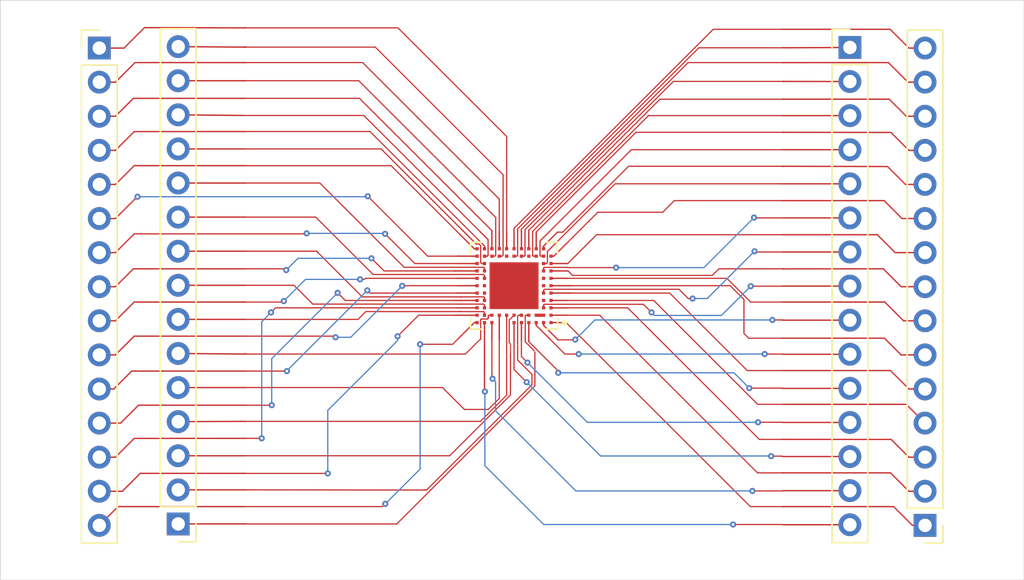
<source format=kicad_pcb>
(kicad_pcb (version 20171130) (host pcbnew "(5.1.5-rc2)")

  (general
    (thickness 1.6)
    (drawings 4)
    (tracks 554)
    (zones 0)
    (modules 5)
    (nets 61)
  )

  (page A4)
  (title_block
    (date 2020-01-09)
    (rev 0.1)
    (company "Deep Technology")
  )

  (layers
    (0 F.Cu signal)
    (31 B.Cu power)
    (33 F.Adhes user)
    (35 F.Paste user)
    (37 F.SilkS user)
    (38 B.Mask user)
    (39 F.Mask user)
    (40 Dwgs.User user)
    (41 Cmts.User user)
    (42 Eco1.User user)
    (43 Eco2.User user)
    (44 Edge.Cuts user)
    (45 Margin user)
    (46 B.CrtYd user)
    (47 F.CrtYd user)
    (49 F.Fab user)
  )

  (setup
    (last_trace_width 0.25)
    (user_trace_width 0.0889)
    (trace_clearance 0.0889)
    (zone_clearance 0.508)
    (zone_45_only no)
    (trace_min 0.0889)
    (via_size 0.8)
    (via_drill 0.4)
    (via_min_size 0.45)
    (via_min_drill 0.2)
    (uvia_size 0.3)
    (uvia_drill 0.1)
    (uvias_allowed no)
    (uvia_min_size 0.2)
    (uvia_min_drill 0.1)
    (edge_width 0.05)
    (segment_width 0.2)
    (pcb_text_width 0.3)
    (pcb_text_size 1.5 1.5)
    (mod_edge_width 0.12)
    (mod_text_size 1 1)
    (mod_text_width 0.15)
    (pad_size 3.65 3.485)
    (pad_drill 0)
    (pad_to_mask_clearance 0.051)
    (solder_mask_min_width 0.25)
    (aux_axis_origin 0 0)
    (visible_elements FFFFFF7F)
    (pcbplotparams
      (layerselection 0x010fc_ffffffff)
      (usegerberextensions false)
      (usegerberattributes false)
      (usegerberadvancedattributes false)
      (creategerberjobfile false)
      (excludeedgelayer true)
      (linewidth 0.100000)
      (plotframeref false)
      (viasonmask false)
      (mode 1)
      (useauxorigin false)
      (hpglpennumber 1)
      (hpglpenspeed 20)
      (hpglpendiameter 15.000000)
      (psnegative false)
      (psa4output false)
      (plotreference true)
      (plotvalue true)
      (plotinvisibletext false)
      (padsonsilk false)
      (subtractmaskfromsilk false)
      (outputformat 1)
      (mirror false)
      (drillshape 1)
      (scaleselection 1)
      (outputdirectory ""))
  )

  (net 0 "")
  (net 1 /A1)
  (net 2 /A2)
  (net 3 /A3)
  (net 4 /A4)
  (net 5 /A5)
  (net 6 /A6)
  (net 7 /A7)
  (net 8 /A8)
  (net 9 /A9)
  (net 10 /A10)
  (net 11 /A11)
  (net 12 /A12)
  (net 13 /A13)
  (net 14 /A14)
  (net 15 /A15)
  (net 16 /A30)
  (net 17 /A29)
  (net 18 /A28)
  (net 19 /A27)
  (net 20 /A26)
  (net 21 /A25)
  (net 22 /A24)
  (net 23 /A23)
  (net 24 /A22)
  (net 25 /A21)
  (net 26 /A20)
  (net 27 /A19)
  (net 28 /A18)
  (net 29 /A17)
  (net 30 /A16)
  (net 31 /B8)
  (net 32 /B7)
  (net 33 /B6)
  (net 34 /B5)
  (net 35 /B4)
  (net 36 /B3)
  (net 37 /B2)
  (net 38 /B1)
  (net 39 /A37)
  (net 40 /A36)
  (net 41 /A35)
  (net 42 /A34)
  (net 43 /A33)
  (net 44 /A32)
  (net 45 /A31)
  (net 46 /B9)
  (net 47 /B10)
  (net 48 /B11)
  (net 49 /B12)
  (net 50 /B13)
  (net 51 /B14)
  (net 52 /B15)
  (net 53 /B16)
  (net 54 /B17)
  (net 55 /B18)
  (net 56 /B19)
  (net 57 /B20)
  (net 58 /B21)
  (net 59 /B22)
  (net 60 /B23)

  (net_class Default "This is the default net class."
    (clearance 0.0889)
    (trace_width 0.25)
    (via_dia 0.8)
    (via_drill 0.4)
    (uvia_dia 0.3)
    (uvia_drill 0.1)
  )

  (net_class Thin ""
    (clearance 0.1016)
    (trace_width 0.1016)
    (via_dia 0.45)
    (via_drill 0.2)
    (uvia_dia 0.3)
    (uvia_drill 0.1)
  )

  (net_class Via_t ""
    (clearance 0.127)
    (trace_width 0.1016)
    (via_dia 0.45)
    (via_drill 0.2)
    (uvia_dia 0.3)
    (uvia_drill 0.1)
    (add_net /A1)
    (add_net /A10)
    (add_net /A11)
    (add_net /A12)
    (add_net /A13)
    (add_net /A14)
    (add_net /A15)
    (add_net /A16)
    (add_net /A17)
    (add_net /A18)
    (add_net /A19)
    (add_net /A2)
    (add_net /A20)
    (add_net /A21)
    (add_net /A22)
    (add_net /A23)
    (add_net /A24)
    (add_net /A25)
    (add_net /A26)
    (add_net /A27)
    (add_net /A28)
    (add_net /A29)
    (add_net /A3)
    (add_net /A30)
    (add_net /A31)
    (add_net /A32)
    (add_net /A33)
    (add_net /A34)
    (add_net /A35)
    (add_net /A36)
    (add_net /A37)
    (add_net /A4)
    (add_net /A5)
    (add_net /A6)
    (add_net /A7)
    (add_net /A8)
    (add_net /A9)
    (add_net /B1)
    (add_net /B10)
    (add_net /B11)
    (add_net /B12)
    (add_net /B13)
    (add_net /B14)
    (add_net /B15)
    (add_net /B16)
    (add_net /B17)
    (add_net /B18)
    (add_net /B19)
    (add_net /B2)
    (add_net /B20)
    (add_net /B21)
    (add_net /B22)
    (add_net /B23)
    (add_net /B3)
    (add_net /B4)
    (add_net /B5)
    (add_net /B6)
    (add_net /B7)
    (add_net /B8)
    (add_net /B9)
  )

  (module lib_sch:XCVR_DA14680-01F08A92 (layer F.Cu) (tedit 5E1D38DF) (tstamp 5E17503E)
    (at 150 100 180)
    (path /5E171BFC)
    (fp_text reference U1 (at 0.105 -4.732) (layer F.SilkS)
      (effects (font (size 1 1) (thickness 0.015)))
    )
    (fp_text value DA14683-00000A92 (at 9.915 4.782) (layer F.Fab)
      (effects (font (size 1 1) (thickness 0.015)))
    )
    (fp_line (start -3.2385 3.2385) (end -2.4 3.2385) (layer F.SilkS) (width 0.127))
    (fp_line (start -3.2385 2.4) (end -3.2385 3.2385) (layer F.SilkS) (width 0.127))
    (fp_line (start 3.2385 3.2385) (end 3.2385 2.4) (layer F.SilkS) (width 0.127))
    (fp_line (start 2.4 3.2385) (end 3.2385 3.2385) (layer F.SilkS) (width 0.127))
    (fp_line (start 3.2385 -3.2385) (end 2.4 -3.2385) (layer F.SilkS) (width 0.127))
    (fp_line (start 3.2385 -2.4) (end 3.2385 -3.2385) (layer F.SilkS) (width 0.127))
    (fp_line (start -3.2385 -3.2385) (end -3.2385 -2.4) (layer F.SilkS) (width 0.127))
    (fp_line (start -2.4 -3.2385) (end -3.2385 -3.2385) (layer F.SilkS) (width 0.127))
    (fp_poly (pts (xy -1.39 0.22) (xy -0.22 0.22) (xy -0.22 1.31) (xy -1.39 1.31)) (layer F.Paste) (width 0.01))
    (fp_poly (pts (xy 0.22 0.22) (xy 1.39 0.22) (xy 1.39 1.31) (xy 0.22 1.31)) (layer F.Paste) (width 0.01))
    (fp_poly (pts (xy -1.39 -1.31) (xy -0.22 -1.31) (xy -0.22 -0.22) (xy -1.39 -0.22)) (layer F.Paste) (width 0.01))
    (fp_poly (pts (xy 0.22 -1.31) (xy 1.39 -1.31) (xy 1.39 -0.22) (xy 0.22 -0.22)) (layer F.Paste) (width 0.01))
    (fp_line (start 4 -4) (end 4 4) (layer F.CrtYd) (width 0.05))
    (fp_line (start -4 -4) (end -4 4) (layer F.CrtYd) (width 0.05))
    (fp_line (start -4 4) (end 4 4) (layer F.CrtYd) (width 0.05))
    (fp_line (start -4 -4) (end 4 -4) (layer F.CrtYd) (width 0.05))
    (fp_line (start 3 -3) (end 3 3) (layer F.Fab) (width 0.127))
    (fp_line (start -3 -3) (end -3 3) (layer F.Fab) (width 0.127))
    (fp_line (start -3 3) (end 3 3) (layer F.Fab) (width 0.127))
    (fp_line (start -3 -3) (end 3 -3) (layer F.Fab) (width 0.127))
    (fp_circle (center -3.745 -2.795) (end -3.645 -2.795) (layer F.Fab) (width 0.2))
    (fp_circle (center -3.745 -2.795) (end -3.645 -2.795) (layer F.SilkS) (width 0.2))
    (pad G10 smd rect (at 0 0 180) (size 3.65 3.485) (layers F.Cu F.Mask))
    (pad G8 smd rect (at -1.925 -2.2 180) (size 0.79 0.24) (layers F.Cu F.Paste F.Mask))
    (pad B23 smd rect (at -1.1 -2.2 180) (size 0.24 0.24) (layers F.Cu F.Paste F.Mask)
      (net 60 /B23))
    (pad B22 smd rect (at -0.55 -2.2 180) (size 0.24 0.24) (layers F.Cu F.Paste F.Mask)
      (net 59 /B22))
    (pad B21 smd rect (at 0 -2.2 180) (size 0.24 0.24) (layers F.Cu F.Paste F.Mask)
      (net 58 /B21))
    (pad B20 smd rect (at 0.55 -2.2 180) (size 0.24 0.24) (layers F.Cu F.Paste F.Mask)
      (net 57 /B20))
    (pad B19 smd rect (at 1.1 -2.2 180) (size 0.24 0.24) (layers F.Cu F.Paste F.Mask)
      (net 56 /B19))
    (pad B18 smd rect (at 1.65 -2.2 180) (size 0.24 0.24) (layers F.Cu F.Paste F.Mask)
      (net 55 /B18))
    (pad B17 smd rect (at 2.2 -2.2 180) (size 0.24 0.24) (layers F.Cu F.Paste F.Mask)
      (net 54 /B17))
    (pad B16 smd rect (at 2.2 -1.65 180) (size 0.24 0.24) (layers F.Cu F.Paste F.Mask)
      (net 53 /B16))
    (pad B15 smd rect (at 2.2 -1.1 180) (size 0.24 0.24) (layers F.Cu F.Paste F.Mask)
      (net 52 /B15))
    (pad G7 smd rect (at 2.2 -0.55 180) (size 0.24 0.24) (layers F.Cu F.Paste F.Mask))
    (pad G6 smd rect (at 2.2 0 180) (size 0.24 0.24) (layers F.Cu F.Paste F.Mask))
    (pad B14 smd rect (at 2.2 0.55 180) (size 0.24 0.24) (layers F.Cu F.Paste F.Mask)
      (net 51 /B14))
    (pad B13 smd rect (at 2.2 1.1 180) (size 0.24 0.24) (layers F.Cu F.Paste F.Mask)
      (net 50 /B13))
    (pad B12 smd rect (at 2.2 1.65 180) (size 0.24 0.24) (layers F.Cu F.Paste F.Mask)
      (net 49 /B12))
    (pad B11 smd rect (at 2.2 2.2 180) (size 0.24 0.24) (layers F.Cu F.Paste F.Mask)
      (net 48 /B11))
    (pad B10 smd rect (at 1.65 2.2 180) (size 0.24 0.24) (layers F.Cu F.Paste F.Mask)
      (net 47 /B10))
    (pad B9 smd rect (at 1.1 2.2 180) (size 0.24 0.24) (layers F.Cu F.Paste F.Mask)
      (net 46 /B9))
    (pad G5 smd rect (at 0.55 2.2 180) (size 0.24 0.24) (layers F.Cu F.Paste F.Mask))
    (pad B8 smd rect (at 0 2.2 180) (size 0.24 0.24) (layers F.Cu F.Paste F.Mask)
      (net 31 /B8))
    (pad B7 smd rect (at -0.55 2.2 180) (size 0.24 0.24) (layers F.Cu F.Paste F.Mask)
      (net 32 /B7))
    (pad G4 smd rect (at -1.1 2.2 180) (size 0.24 0.24) (layers F.Cu F.Paste F.Mask))
    (pad B6 smd rect (at -1.65 2.2 180) (size 0.24 0.24) (layers F.Cu F.Paste F.Mask)
      (net 33 /B6))
    (pad B5 smd rect (at -2.2 2.2 180) (size 0.24 0.24) (layers F.Cu F.Paste F.Mask)
      (net 34 /B5))
    (pad B4 smd rect (at -2.2 1.65 180) (size 0.24 0.24) (layers F.Cu F.Paste F.Mask)
      (net 35 /B4))
    (pad B3 smd rect (at -2.2 1.1 180) (size 0.24 0.24) (layers F.Cu F.Paste F.Mask)
      (net 36 /B3))
    (pad G3 smd rect (at -2.2 0.55 180) (size 0.24 0.24) (layers F.Cu F.Paste F.Mask))
    (pad G2 smd rect (at -2.2 0 180) (size 0.24 0.24) (layers F.Cu F.Paste F.Mask))
    (pad B2 smd rect (at -2.2 -0.55 180) (size 0.24 0.24) (layers F.Cu F.Paste F.Mask)
      (net 37 /B2))
    (pad G1 smd rect (at -2.2 -1.1 180) (size 0.24 0.24) (layers F.Cu F.Paste F.Mask))
    (pad B1 smd rect (at -2.2 -1.65 180) (size 0.24 0.24) (layers F.Cu F.Paste F.Mask)
      (net 38 /B1))
    (pad A37 smd rect (at -2.2 -2.75 180) (size 0.24 0.24) (layers F.Cu F.Paste F.Mask)
      (net 39 /A37))
    (pad A36 smd rect (at -1.65 -2.75 180) (size 0.24 0.24) (layers F.Cu F.Paste F.Mask)
      (net 40 /A36))
    (pad A35 smd rect (at -1.1 -2.75 180) (size 0.24 0.24) (layers F.Cu F.Paste F.Mask)
      (net 41 /A35))
    (pad A34 smd rect (at -0.55 -2.75 180) (size 0.24 0.24) (layers F.Cu F.Paste F.Mask)
      (net 42 /A34))
    (pad A33 smd rect (at 0 -2.75 180) (size 0.24 0.24) (layers F.Cu F.Paste F.Mask)
      (net 43 /A33))
    (pad A32 smd rect (at 1.65 -2.75 180) (size 0.24 0.24) (layers F.Cu F.Paste F.Mask)
      (net 44 /A32))
    (pad A31 smd rect (at 2.2 -2.75 180) (size 0.24 0.24) (layers F.Cu F.Paste F.Mask)
      (net 45 /A31))
    (pad A30 smd rect (at 2.75 -2.75 180) (size 0.24 0.24) (layers F.Cu F.Paste F.Mask)
      (net 16 /A30))
    (pad A29 smd rect (at 2.75 -2.2 180) (size 0.24 0.24) (layers F.Cu F.Paste F.Mask)
      (net 17 /A29))
    (pad A28 smd rect (at 2.75 -1.65 180) (size 0.24 0.24) (layers F.Cu F.Paste F.Mask)
      (net 18 /A28))
    (pad A27 smd rect (at 2.75 -1.1 180) (size 0.24 0.24) (layers F.Cu F.Paste F.Mask)
      (net 19 /A27))
    (pad A26 smd rect (at 2.75 -0.55 180) (size 0.24 0.24) (layers F.Cu F.Paste F.Mask)
      (net 20 /A26))
    (pad A25 smd rect (at 2.75 0 180) (size 0.24 0.24) (layers F.Cu F.Paste F.Mask)
      (net 21 /A25))
    (pad A24 smd rect (at 2.75 0.55 180) (size 0.24 0.24) (layers F.Cu F.Paste F.Mask)
      (net 22 /A24))
    (pad A23 smd rect (at 2.75 1.1 180) (size 0.24 0.24) (layers F.Cu F.Paste F.Mask)
      (net 23 /A23))
    (pad A22 smd rect (at 2.75 1.65 180) (size 0.24 0.24) (layers F.Cu F.Paste F.Mask)
      (net 24 /A22))
    (pad A21 smd rect (at 2.75 2.2 180) (size 0.24 0.24) (layers F.Cu F.Paste F.Mask)
      (net 25 /A21))
    (pad A20 smd rect (at 2.75 2.75 180) (size 0.24 0.24) (layers F.Cu F.Paste F.Mask)
      (net 26 /A20))
    (pad A19 smd rect (at 2.2 2.75 180) (size 0.24 0.24) (layers F.Cu F.Paste F.Mask)
      (net 27 /A19))
    (pad A18 smd rect (at 1.65 2.75 180) (size 0.24 0.24) (layers F.Cu F.Paste F.Mask)
      (net 28 /A18))
    (pad A17 smd rect (at 1.1 2.75 180) (size 0.24 0.24) (layers F.Cu F.Paste F.Mask)
      (net 29 /A17))
    (pad A16 smd rect (at 0.55 2.75 180) (size 0.24 0.24) (layers F.Cu F.Paste F.Mask)
      (net 30 /A16))
    (pad A15 smd rect (at 0 2.75 180) (size 0.24 0.24) (layers F.Cu F.Paste F.Mask)
      (net 15 /A15))
    (pad A14 smd rect (at -0.55 2.75 180) (size 0.24 0.24) (layers F.Cu F.Paste F.Mask)
      (net 14 /A14))
    (pad A13 smd rect (at -1.1 2.75 180) (size 0.24 0.24) (layers F.Cu F.Paste F.Mask)
      (net 13 /A13))
    (pad A12 smd rect (at -1.65 2.75 180) (size 0.24 0.24) (layers F.Cu F.Paste F.Mask)
      (net 12 /A12))
    (pad A11 smd rect (at -2.2 2.75 180) (size 0.24 0.24) (layers F.Cu F.Paste F.Mask)
      (net 11 /A11))
    (pad A10 smd rect (at -2.75 2.2 180) (size 0.24 0.24) (layers F.Cu F.Paste F.Mask)
      (net 10 /A10))
    (pad A9 smd rect (at -2.75 1.65 180) (size 0.24 0.24) (layers F.Cu F.Paste F.Mask)
      (net 9 /A9))
    (pad A8 smd rect (at -2.75 1.1 180) (size 0.24 0.24) (layers F.Cu F.Paste F.Mask)
      (net 8 /A8))
    (pad A7 smd rect (at -2.75 0.55 180) (size 0.24 0.24) (layers F.Cu F.Paste F.Mask)
      (net 7 /A7))
    (pad A6 smd rect (at -2.75 0 180) (size 0.24 0.24) (layers F.Cu F.Paste F.Mask)
      (net 6 /A6))
    (pad A5 smd rect (at -2.75 -0.55 180) (size 0.24 0.24) (layers F.Cu F.Paste F.Mask)
      (net 5 /A5))
    (pad A4 smd rect (at -2.75 -1.1 180) (size 0.24 0.24) (layers F.Cu F.Paste F.Mask)
      (net 4 /A4))
    (pad A3 smd rect (at -2.75 -1.65 180) (size 0.24 0.24) (layers F.Cu F.Paste F.Mask)
      (net 3 /A3))
    (pad A2 smd rect (at -2.75 -2.2 180) (size 0.24 0.24) (layers F.Cu F.Paste F.Mask)
      (net 2 /A2))
    (pad A1 smd rect (at -2.75 -2.75 180) (size 0.24 0.24) (layers F.Cu F.Paste F.Mask)
      (net 1 /A1))
  )

  (module Connector_PinHeader_2.54mm:PinHeader_1x15_P2.54mm_Vertical (layer F.Cu) (tedit 5E1D3C1F) (tstamp 5E174FBC)
    (at 175 100)
    (descr "Through hole straight pin header, 1x15, 2.54mm pitch, single row")
    (tags "Through hole pin header THT 1x15 2.54mm single row")
    (path /5E17BAAC)
    (fp_text reference J3 (at 0 -20.08) (layer F.SilkS) hide
      (effects (font (size 1 1) (thickness 0.15)))
    )
    (fp_text value Conn_01x15_Male (at 0 20.14) (layer F.Fab) hide
      (effects (font (size 1 1) (thickness 0.15)))
    )
    (fp_text user %R (at 0 0.03 90) (layer F.Fab)
      (effects (font (size 1 1) (thickness 0.15)))
    )
    (fp_line (start 1.8 -19.55) (end -1.8 -19.55) (layer F.CrtYd) (width 0.05))
    (fp_line (start 1.8 19.6) (end 1.8 -19.55) (layer F.CrtYd) (width 0.05))
    (fp_line (start -1.8 19.6) (end 1.8 19.6) (layer F.CrtYd) (width 0.05))
    (fp_line (start -1.8 -19.55) (end -1.8 19.6) (layer F.CrtYd) (width 0.05))
    (fp_line (start -1.33 -19.08) (end 0 -19.08) (layer F.SilkS) (width 0.12))
    (fp_line (start -1.33 -17.75) (end -1.33 -19.08) (layer F.SilkS) (width 0.12))
    (fp_line (start -1.33 -16.48) (end 1.33 -16.48) (layer F.SilkS) (width 0.12))
    (fp_line (start 1.33 -16.48) (end 1.33 19.14) (layer F.SilkS) (width 0.12))
    (fp_line (start -1.33 -16.48) (end -1.33 19.14) (layer F.SilkS) (width 0.12))
    (fp_line (start -1.33 19.14) (end 1.33 19.14) (layer F.SilkS) (width 0.12))
    (fp_line (start -1.27 -18.385) (end -0.635 -19.02) (layer F.Fab) (width 0.1))
    (fp_line (start -1.27 19.08) (end -1.27 -18.385) (layer F.Fab) (width 0.1))
    (fp_line (start 1.27 19.08) (end -1.27 19.08) (layer F.Fab) (width 0.1))
    (fp_line (start 1.27 -19.02) (end 1.27 19.08) (layer F.Fab) (width 0.1))
    (fp_line (start -0.635 -19.02) (end 1.27 -19.02) (layer F.Fab) (width 0.1))
    (pad 15 thru_hole oval (at 0 17.81) (size 1.7 1.7) (drill 1) (layers *.Cu *.Mask)
      (net 45 /A31))
    (pad 14 thru_hole oval (at 0 15.27) (size 1.7 1.7) (drill 1) (layers *.Cu *.Mask)
      (net 44 /A32))
    (pad 13 thru_hole oval (at 0 12.73) (size 1.7 1.7) (drill 1) (layers *.Cu *.Mask)
      (net 43 /A33))
    (pad 12 thru_hole oval (at 0 10.19) (size 1.7 1.7) (drill 1) (layers *.Cu *.Mask)
      (net 42 /A34))
    (pad 11 thru_hole oval (at 0 7.65) (size 1.7 1.7) (drill 1) (layers *.Cu *.Mask)
      (net 41 /A35))
    (pad 10 thru_hole oval (at 0 5.11) (size 1.7 1.7) (drill 1) (layers *.Cu *.Mask)
      (net 40 /A36))
    (pad 9 thru_hole oval (at 0 2.57) (size 1.7 1.7) (drill 1) (layers *.Cu *.Mask)
      (net 39 /A37))
    (pad 8 thru_hole oval (at 0 0.03) (size 1.7 1.7) (drill 1) (layers *.Cu *.Mask)
      (net 38 /B1))
    (pad 7 thru_hole oval (at 0 -2.51) (size 1.7 1.7) (drill 1) (layers *.Cu *.Mask)
      (net 37 /B2))
    (pad 6 thru_hole oval (at 0 -5.05) (size 1.7 1.7) (drill 1) (layers *.Cu *.Mask)
      (net 36 /B3))
    (pad 5 thru_hole oval (at 0 -7.59) (size 1.7 1.7) (drill 1) (layers *.Cu *.Mask)
      (net 35 /B4))
    (pad 4 thru_hole oval (at 0 -10.13) (size 1.7 1.7) (drill 1) (layers *.Cu *.Mask)
      (net 34 /B5))
    (pad 3 thru_hole oval (at 0 -12.67) (size 1.7 1.7) (drill 1) (layers *.Cu *.Mask)
      (net 33 /B6))
    (pad 2 thru_hole oval (at 0 -15.21) (size 1.7 1.7) (drill 1) (layers *.Cu *.Mask)
      (net 32 /B7))
    (pad 1 thru_hole rect (at 0 -17.75) (size 1.7 1.7) (drill 1) (layers *.Cu *.Mask)
      (net 31 /B8))
    (model ${KISYS3DMOD}/Connector_PinHeader_2.54mm.3dshapes/PinHeader_1x15_P2.54mm_Vertical.wrl
      (at (xyz 0 0 0))
      (scale (xyz 1 1 1))
      (rotate (xyz 0 0 0))
    )
  )

  (module Connector_PinHeader_2.54mm:PinHeader_1x15_P2.54mm_Vertical (layer F.Cu) (tedit 5E1D3B9E) (tstamp 5E1DB22E)
    (at 125 100 180)
    (descr "Through hole straight pin header, 1x15, 2.54mm pitch, single row")
    (tags "Through hole pin header THT 1x15 2.54mm single row")
    (path /5E17E222)
    (fp_text reference J4 (at 0 -20.33 180) (layer F.SilkS) hide
      (effects (font (size 1 1) (thickness 0.15)))
    )
    (fp_text value Conn_01x15_Male (at 0 -17.86 180) (layer F.Fab) hide
      (effects (font (size 1 1) (thickness 0.15)))
    )
    (fp_text user %R (at 0 -20.22 270) (layer F.Fab)
      (effects (font (size 1 1) (thickness 0.15)))
    )
    (fp_line (start 1.8 -19.55) (end -1.8 -19.55) (layer F.CrtYd) (width 0.05))
    (fp_line (start 1.8 19.6) (end 1.8 -19.55) (layer F.CrtYd) (width 0.05))
    (fp_line (start -1.8 19.6) (end 1.8 19.6) (layer F.CrtYd) (width 0.05))
    (fp_line (start -1.8 -19.55) (end -1.8 19.6) (layer F.CrtYd) (width 0.05))
    (fp_line (start -1.33 -19.08) (end 0 -19.08) (layer F.SilkS) (width 0.12))
    (fp_line (start -1.33 -17.75) (end -1.33 -19.08) (layer F.SilkS) (width 0.12))
    (fp_line (start -1.33 -16.48) (end 1.33 -16.48) (layer F.SilkS) (width 0.12))
    (fp_line (start 1.33 -16.48) (end 1.33 19.14) (layer F.SilkS) (width 0.12))
    (fp_line (start -1.33 -16.48) (end -1.33 19.14) (layer F.SilkS) (width 0.12))
    (fp_line (start -1.33 19.14) (end 1.33 19.14) (layer F.SilkS) (width 0.12))
    (fp_line (start -1.27 -18.385) (end -0.635 -19.02) (layer F.Fab) (width 0.1))
    (fp_line (start -1.27 19.08) (end -1.27 -18.385) (layer F.Fab) (width 0.1))
    (fp_line (start 1.27 19.08) (end -1.27 19.08) (layer F.Fab) (width 0.1))
    (fp_line (start 1.27 -19.02) (end 1.27 19.08) (layer F.Fab) (width 0.1))
    (fp_line (start -0.635 -19.02) (end 1.27 -19.02) (layer F.Fab) (width 0.1))
    (pad 15 thru_hole oval (at 0 17.81 180) (size 1.7 1.7) (drill 1) (layers *.Cu *.Mask)
      (net 46 /B9))
    (pad 14 thru_hole oval (at 0 15.27 180) (size 1.7 1.7) (drill 1) (layers *.Cu *.Mask)
      (net 47 /B10))
    (pad 13 thru_hole oval (at 0 12.73 180) (size 1.7 1.7) (drill 1) (layers *.Cu *.Mask)
      (net 48 /B11))
    (pad 12 thru_hole oval (at 0 10.19 180) (size 1.7 1.7) (drill 1) (layers *.Cu *.Mask)
      (net 49 /B12))
    (pad 11 thru_hole oval (at 0 7.65 180) (size 1.7 1.7) (drill 1) (layers *.Cu *.Mask)
      (net 50 /B13))
    (pad 10 thru_hole oval (at 0 5.11 180) (size 1.7 1.7) (drill 1) (layers *.Cu *.Mask)
      (net 51 /B14))
    (pad 9 thru_hole oval (at 0 2.57 180) (size 1.7 1.7) (drill 1) (layers *.Cu *.Mask)
      (net 52 /B15))
    (pad 8 thru_hole oval (at 0 0.03 180) (size 1.7 1.7) (drill 1) (layers *.Cu *.Mask)
      (net 53 /B16))
    (pad 7 thru_hole oval (at 0 -2.51 180) (size 1.7 1.7) (drill 1) (layers *.Cu *.Mask)
      (net 54 /B17))
    (pad 6 thru_hole oval (at 0 -5.05 180) (size 1.7 1.7) (drill 1) (layers *.Cu *.Mask)
      (net 55 /B18))
    (pad 5 thru_hole oval (at 0 -7.59 180) (size 1.7 1.7) (drill 1) (layers *.Cu *.Mask)
      (net 56 /B19))
    (pad 4 thru_hole oval (at 0 -10.13 180) (size 1.7 1.7) (drill 1) (layers *.Cu *.Mask)
      (net 57 /B20))
    (pad 3 thru_hole oval (at 0 -12.67 180) (size 1.7 1.7) (drill 1) (layers *.Cu *.Mask)
      (net 58 /B21))
    (pad 2 thru_hole oval (at 0 -15.21 180) (size 1.7 1.7) (drill 1) (layers *.Cu *.Mask)
      (net 59 /B22))
    (pad 1 thru_hole rect (at 0 -17.75 180) (size 1.7 1.7) (drill 1) (layers *.Cu *.Mask)
      (net 60 /B23))
    (model ${KISYS3DMOD}/Connector_PinHeader_2.54mm.3dshapes/PinHeader_1x15_P2.54mm_Vertical.wrl
      (at (xyz 0 0 0))
      (scale (xyz 1 1 1))
      (rotate (xyz 0 0 0))
    )
  )

  (module Connector_PinHeader_2.54mm:PinHeader_1x15_P2.54mm_Vertical (layer F.Cu) (tedit 59FED5CC) (tstamp 5E1DB5BD)
    (at 119.126 82.296)
    (descr "Through hole straight pin header, 1x15, 2.54mm pitch, single row")
    (tags "Through hole pin header THT 1x15 2.54mm single row")
    (path /5E179E62)
    (fp_text reference J2 (at 0 -2.33) (layer F.SilkS) hide
      (effects (font (size 1 1) (thickness 0.15)))
    )
    (fp_text value Conn_01x15_Male (at 0 37.89) (layer F.Fab) hide
      (effects (font (size 1 1) (thickness 0.15)))
    )
    (fp_text user %R (at 0 17.78 90) (layer F.Fab)
      (effects (font (size 1 1) (thickness 0.15)))
    )
    (fp_line (start 1.8 -1.8) (end -1.8 -1.8) (layer F.CrtYd) (width 0.05))
    (fp_line (start 1.8 37.35) (end 1.8 -1.8) (layer F.CrtYd) (width 0.05))
    (fp_line (start -1.8 37.35) (end 1.8 37.35) (layer F.CrtYd) (width 0.05))
    (fp_line (start -1.8 -1.8) (end -1.8 37.35) (layer F.CrtYd) (width 0.05))
    (fp_line (start -1.33 -1.33) (end 0 -1.33) (layer F.SilkS) (width 0.12))
    (fp_line (start -1.33 0) (end -1.33 -1.33) (layer F.SilkS) (width 0.12))
    (fp_line (start -1.33 1.27) (end 1.33 1.27) (layer F.SilkS) (width 0.12))
    (fp_line (start 1.33 1.27) (end 1.33 36.89) (layer F.SilkS) (width 0.12))
    (fp_line (start -1.33 1.27) (end -1.33 36.89) (layer F.SilkS) (width 0.12))
    (fp_line (start -1.33 36.89) (end 1.33 36.89) (layer F.SilkS) (width 0.12))
    (fp_line (start -1.27 -0.635) (end -0.635 -1.27) (layer F.Fab) (width 0.1))
    (fp_line (start -1.27 36.83) (end -1.27 -0.635) (layer F.Fab) (width 0.1))
    (fp_line (start 1.27 36.83) (end -1.27 36.83) (layer F.Fab) (width 0.1))
    (fp_line (start 1.27 -1.27) (end 1.27 36.83) (layer F.Fab) (width 0.1))
    (fp_line (start -0.635 -1.27) (end 1.27 -1.27) (layer F.Fab) (width 0.1))
    (pad 15 thru_hole oval (at 0 35.56) (size 1.7 1.7) (drill 1) (layers *.Cu *.Mask)
      (net 16 /A30))
    (pad 14 thru_hole oval (at 0 33.02) (size 1.7 1.7) (drill 1) (layers *.Cu *.Mask)
      (net 17 /A29))
    (pad 13 thru_hole oval (at 0 30.48) (size 1.7 1.7) (drill 1) (layers *.Cu *.Mask)
      (net 18 /A28))
    (pad 12 thru_hole oval (at 0 27.94) (size 1.7 1.7) (drill 1) (layers *.Cu *.Mask)
      (net 19 /A27))
    (pad 11 thru_hole oval (at 0 25.4) (size 1.7 1.7) (drill 1) (layers *.Cu *.Mask)
      (net 20 /A26))
    (pad 10 thru_hole oval (at 0 22.86) (size 1.7 1.7) (drill 1) (layers *.Cu *.Mask)
      (net 21 /A25))
    (pad 9 thru_hole oval (at 0 20.32) (size 1.7 1.7) (drill 1) (layers *.Cu *.Mask)
      (net 22 /A24))
    (pad 8 thru_hole oval (at 0 17.78) (size 1.7 1.7) (drill 1) (layers *.Cu *.Mask)
      (net 23 /A23))
    (pad 7 thru_hole oval (at 0 15.24) (size 1.7 1.7) (drill 1) (layers *.Cu *.Mask)
      (net 24 /A22))
    (pad 6 thru_hole oval (at 0 12.7) (size 1.7 1.7) (drill 1) (layers *.Cu *.Mask)
      (net 25 /A21))
    (pad 5 thru_hole oval (at 0 10.16) (size 1.7 1.7) (drill 1) (layers *.Cu *.Mask)
      (net 26 /A20))
    (pad 4 thru_hole oval (at 0 7.62) (size 1.7 1.7) (drill 1) (layers *.Cu *.Mask)
      (net 27 /A19))
    (pad 3 thru_hole oval (at 0 5.08) (size 1.7 1.7) (drill 1) (layers *.Cu *.Mask)
      (net 28 /A18))
    (pad 2 thru_hole oval (at 0 2.54) (size 1.7 1.7) (drill 1) (layers *.Cu *.Mask)
      (net 29 /A17))
    (pad 1 thru_hole rect (at 0 0) (size 1.7 1.7) (drill 1) (layers *.Cu *.Mask)
      (net 30 /A16))
    (model ${KISYS3DMOD}/Connector_PinHeader_2.54mm.3dshapes/PinHeader_1x15_P2.54mm_Vertical.wrl
      (at (xyz 0 0 0))
      (scale (xyz 1 1 1))
      (rotate (xyz 0 0 0))
    )
  )

  (module Connector_PinHeader_2.54mm:PinHeader_1x15_P2.54mm_Vertical (layer F.Cu) (tedit 59FED5CC) (tstamp 5E174F76)
    (at 180.594 117.856 180)
    (descr "Through hole straight pin header, 1x15, 2.54mm pitch, single row")
    (tags "Through hole pin header THT 1x15 2.54mm single row")
    (path /5E17684E)
    (fp_text reference J1 (at 0 -2.33) (layer F.SilkS) hide
      (effects (font (size 1 1) (thickness 0.15)))
    )
    (fp_text value Conn_01x15_Male (at 0 37.89) (layer F.Fab) hide
      (effects (font (size 1 1) (thickness 0.15)))
    )
    (fp_text user %R (at 0 17.78 90) (layer F.Fab)
      (effects (font (size 1 1) (thickness 0.15)))
    )
    (fp_line (start 1.8 -1.8) (end -1.8 -1.8) (layer F.CrtYd) (width 0.05))
    (fp_line (start 1.8 37.35) (end 1.8 -1.8) (layer F.CrtYd) (width 0.05))
    (fp_line (start -1.8 37.35) (end 1.8 37.35) (layer F.CrtYd) (width 0.05))
    (fp_line (start -1.8 -1.8) (end -1.8 37.35) (layer F.CrtYd) (width 0.05))
    (fp_line (start -1.33 -1.33) (end 0 -1.33) (layer F.SilkS) (width 0.12))
    (fp_line (start -1.33 0) (end -1.33 -1.33) (layer F.SilkS) (width 0.12))
    (fp_line (start -1.33 1.27) (end 1.33 1.27) (layer F.SilkS) (width 0.12))
    (fp_line (start 1.33 1.27) (end 1.33 36.89) (layer F.SilkS) (width 0.12))
    (fp_line (start -1.33 1.27) (end -1.33 36.89) (layer F.SilkS) (width 0.12))
    (fp_line (start -1.33 36.89) (end 1.33 36.89) (layer F.SilkS) (width 0.12))
    (fp_line (start -1.27 -0.635) (end -0.635 -1.27) (layer F.Fab) (width 0.1))
    (fp_line (start -1.27 36.83) (end -1.27 -0.635) (layer F.Fab) (width 0.1))
    (fp_line (start 1.27 36.83) (end -1.27 36.83) (layer F.Fab) (width 0.1))
    (fp_line (start 1.27 -1.27) (end 1.27 36.83) (layer F.Fab) (width 0.1))
    (fp_line (start -0.635 -1.27) (end 1.27 -1.27) (layer F.Fab) (width 0.1))
    (pad 15 thru_hole oval (at 0 35.56 180) (size 1.7 1.7) (drill 1) (layers *.Cu *.Mask)
      (net 15 /A15))
    (pad 14 thru_hole oval (at 0 33.02 180) (size 1.7 1.7) (drill 1) (layers *.Cu *.Mask)
      (net 14 /A14))
    (pad 13 thru_hole oval (at 0 30.48 180) (size 1.7 1.7) (drill 1) (layers *.Cu *.Mask)
      (net 13 /A13))
    (pad 12 thru_hole oval (at 0 27.94 180) (size 1.7 1.7) (drill 1) (layers *.Cu *.Mask)
      (net 12 /A12))
    (pad 11 thru_hole oval (at 0 25.4 180) (size 1.7 1.7) (drill 1) (layers *.Cu *.Mask)
      (net 11 /A11))
    (pad 10 thru_hole oval (at 0 22.86 180) (size 1.7 1.7) (drill 1) (layers *.Cu *.Mask)
      (net 10 /A10))
    (pad 9 thru_hole oval (at 0 20.32 180) (size 1.7 1.7) (drill 1) (layers *.Cu *.Mask)
      (net 9 /A9))
    (pad 8 thru_hole oval (at 0 17.78 180) (size 1.7 1.7) (drill 1) (layers *.Cu *.Mask)
      (net 8 /A8))
    (pad 7 thru_hole oval (at 0 15.24 180) (size 1.7 1.7) (drill 1) (layers *.Cu *.Mask)
      (net 7 /A7))
    (pad 6 thru_hole oval (at 0 12.7 180) (size 1.7 1.7) (drill 1) (layers *.Cu *.Mask)
      (net 6 /A6))
    (pad 5 thru_hole oval (at 0 10.16 180) (size 1.7 1.7) (drill 1) (layers *.Cu *.Mask)
      (net 5 /A5))
    (pad 4 thru_hole oval (at 0 7.62 180) (size 1.7 1.7) (drill 1) (layers *.Cu *.Mask)
      (net 4 /A4))
    (pad 3 thru_hole oval (at 0 5.08 180) (size 1.7 1.7) (drill 1) (layers *.Cu *.Mask)
      (net 3 /A3))
    (pad 2 thru_hole oval (at 0 2.54 180) (size 1.7 1.7) (drill 1) (layers *.Cu *.Mask)
      (net 2 /A2))
    (pad 1 thru_hole rect (at 0 0 180) (size 1.7 1.7) (drill 1) (layers *.Cu *.Mask)
      (net 1 /A1))
    (model ${KISYS3DMOD}/Connector_PinHeader_2.54mm.3dshapes/PinHeader_1x15_P2.54mm_Vertical.wrl
      (at (xyz 0 0 0))
      (scale (xyz 1 1 1))
      (rotate (xyz 0 0 0))
    )
  )

  (gr_line (start 111.76 121.92) (end 111.76 78.74) (layer Edge.Cuts) (width 0.05) (tstamp 5E1D61BB))
  (gr_line (start 187.96 121.92) (end 111.76 121.92) (layer Edge.Cuts) (width 0.05))
  (gr_line (start 187.96 78.74) (end 187.96 121.92) (layer Edge.Cuts) (width 0.05))
  (gr_line (start 111.76 78.74) (end 187.96 78.74) (layer Edge.Cuts) (width 0.05))

  (segment (start 179.6551 117.856) (end 178.2581 116.459) (width 0.1016) (layer F.Cu) (net 1))
  (segment (start 180.594 117.856) (end 179.6551 117.856) (width 0.1016) (layer F.Cu) (net 1))
  (segment (start 167.5892 116.459) (end 170.0784 116.459) (width 0.0889) (layer F.Cu) (net 1))
  (segment (start 170.0784 116.459) (end 170 116.459) (width 0.1016) (layer F.Cu) (net 1))
  (segment (start 152.75 102.75) (end 153.8802 102.75) (width 0.1016) (layer F.Cu) (net 1))
  (segment (start 178.2581 116.459) (end 170.0784 116.459) (width 0.1016) (layer F.Cu) (net 1))
  (segment (start 153.8802 102.75) (end 167.5892 116.459) (width 0.0889) (layer F.Cu) (net 1))
  (segment (start 179.391919 115.316) (end 178.020319 113.9444) (width 0.1016) (layer F.Cu) (net 2))
  (segment (start 180.594 115.316) (end 179.391919 115.316) (width 0.1016) (layer F.Cu) (net 2))
  (segment (start 152.75 102.2) (end 153.959 102.2) (width 0.1016) (layer F.Cu) (net 2))
  (segment (start 153.959 102.2) (end 156.3782 102.2) (width 0.0889) (layer F.Cu) (net 2))
  (segment (start 168.1226 113.9444) (end 170.0022 113.9444) (width 0.0889) (layer F.Cu) (net 2))
  (segment (start 156.3782 102.2) (end 168.1226 113.9444) (width 0.0889) (layer F.Cu) (net 2))
  (segment (start 170.0022 113.9444) (end 170 113.9444) (width 0.1016) (layer F.Cu) (net 2))
  (segment (start 178.020319 113.9444) (end 170.0022 113.9444) (width 0.1016) (layer F.Cu) (net 2))
  (segment (start 179.391919 112.776) (end 178.071119 111.4552) (width 0.1016) (layer F.Cu) (net 3))
  (segment (start 180.594 112.776) (end 179.391919 112.776) (width 0.1016) (layer F.Cu) (net 3))
  (segment (start 152.75 101.65) (end 153.974 101.65) (width 0.1016) (layer F.Cu) (net 3))
  (segment (start 168.27246 111.45012) (end 169.9768 111.45012) (width 0.0889) (layer F.Cu) (net 3))
  (segment (start 158.4571 101.65) (end 168.26484 111.45774) (width 0.0889) (layer F.Cu) (net 3))
  (segment (start 168.26484 111.45774) (end 168.27246 111.45012) (width 0.0889) (layer F.Cu) (net 3))
  (segment (start 153.974 101.65) (end 158.4571 101.65) (width 0.0889) (layer F.Cu) (net 3))
  (segment (start 169.9768 111.45012) (end 170 111.4552) (width 0.1016) (layer F.Cu) (net 3))
  (segment (start 178.071119 111.4552) (end 169.9768 111.45012) (width 0.1016) (layer F.Cu) (net 3))
  (segment (start 180.594 110.236) (end 179.197 108.839) (width 0.1016) (layer F.Cu) (net 4))
  (segment (start 152.75 101.1) (end 153.9795 101.1) (width 0.1016) (layer F.Cu) (net 4))
  (segment (start 160.393752 101.1) (end 153.9795 101.1) (width 0.0889) (layer F.Cu) (net 4))
  (segment (start 170.09618 108.839) (end 168.132752 108.839) (width 0.0889) (layer F.Cu) (net 4))
  (segment (start 168.132752 108.839) (end 160.393752 101.1) (width 0.0889) (layer F.Cu) (net 4))
  (segment (start 179.197 108.839) (end 170.09618 108.839) (width 0.1016) (layer F.Cu) (net 4))
  (segment (start 170.09618 108.839) (end 170 108.839) (width 0.1016) (layer F.Cu) (net 4))
  (segment (start 179.391919 107.696) (end 178.020319 106.3244) (width 0.1016) (layer F.Cu) (net 5))
  (segment (start 180.594 107.696) (end 179.391919 107.696) (width 0.1016) (layer F.Cu) (net 5))
  (segment (start 178.020319 106.3244) (end 170 106.3244) (width 0.1016) (layer F.Cu) (net 5))
  (segment (start 152.75 100.55) (end 154.2075 100.55) (width 0.1016) (layer F.Cu) (net 5))
  (segment (start 170 106.3244) (end 167.35806 106.3244) (width 0.0889) (layer F.Cu) (net 5))
  (segment (start 161.58366 100.55) (end 154.2075 100.55) (width 0.0889) (layer F.Cu) (net 5))
  (segment (start 167.35806 106.3244) (end 161.58366 100.55) (width 0.0889) (layer F.Cu) (net 5))
  (segment (start 180.594 105.156) (end 178.816 105.156) (width 0.1016) (layer F.Cu) (net 6))
  (segment (start 178.816 105.156) (end 177.5714 103.9114) (width 0.1016) (layer F.Cu) (net 6))
  (segment (start 177.5714 103.9114) (end 170 103.9114) (width 0.1016) (layer F.Cu) (net 6))
  (segment (start 152.75 100) (end 154.2925 100) (width 0.1016) (layer F.Cu) (net 6))
  (segment (start 166.088252 100) (end 167.11422 101.025968) (width 0.0889) (layer F.Cu) (net 6))
  (segment (start 154.2925 100) (end 166.088252 100) (width 0.0889) (layer F.Cu) (net 6))
  (segment (start 167.11422 101.025968) (end 167.11422 103.56088) (width 0.0889) (layer F.Cu) (net 6))
  (segment (start 167.46474 103.9114) (end 170 103.9114) (width 0.0889) (layer F.Cu) (net 6))
  (segment (start 167.11422 103.56088) (end 167.46474 103.9114) (width 0.0889) (layer F.Cu) (net 6))
  (segment (start 180.594 102.616) (end 178.9938 102.616) (width 0.1016) (layer F.Cu) (net 7))
  (segment (start 178.9938 102.616) (end 177.5968 101.219) (width 0.1016) (layer F.Cu) (net 7))
  (segment (start 177.5968 101.219) (end 170 101.219) (width 0.1016) (layer F.Cu) (net 7))
  (segment (start 152.75 99.45) (end 153.9785 99.45) (width 0.1016) (layer F.Cu) (net 7))
  (segment (start 165.843594 99.45) (end 153.9785 99.45) (width 0.0889) (layer F.Cu) (net 7))
  (segment (start 167.612594 101.219) (end 165.843594 99.45) (width 0.0889) (layer F.Cu) (net 7))
  (segment (start 170 101.219) (end 167.612594 101.219) (width 0.0889) (layer F.Cu) (net 7))
  (segment (start 180.594 100.076) (end 178.816 100.076) (width 0.1016) (layer F.Cu) (net 8))
  (segment (start 178.816 100.076) (end 177.4825 98.7425) (width 0.1016) (layer F.Cu) (net 8))
  (segment (start 152.75 98.9) (end 154.0205 98.9) (width 0.1016) (layer F.Cu) (net 8))
  (segment (start 154.35459 99.23409) (end 164.75319 99.23409) (width 0.0889) (layer F.Cu) (net 8))
  (segment (start 154.0205 98.9) (end 154.35459 99.23409) (width 0.0889) (layer F.Cu) (net 8))
  (segment (start 164.75319 99.23409) (end 165.24224 98.74504) (width 0.0889) (layer F.Cu) (net 8))
  (segment (start 170.07586 98.74504) (end 170 98.7425) (width 0.1016) (layer F.Cu) (net 8))
  (segment (start 165.24224 98.74504) (end 170.07586 98.74504) (width 0.0889) (layer F.Cu) (net 8))
  (segment (start 177.4825 98.7425) (end 170.07586 98.74504) (width 0.1016) (layer F.Cu) (net 8))
  (segment (start 180.594 97.536) (end 178.6255 97.536) (width 0.1016) (layer F.Cu) (net 9))
  (segment (start 178.6255 97.536) (end 178.3715 97.536) (width 0.1016) (layer F.Cu) (net 9))
  (segment (start 178.3715 97.536) (end 177.038 96.2025) (width 0.1016) (layer F.Cu) (net 9))
  (segment (start 177.038 96.2025) (end 170 96.2025) (width 0.1016) (layer F.Cu) (net 9))
  (segment (start 152.75 98.35) (end 153.999 98.35) (width 0.1016) (layer F.Cu) (net 9))
  (segment (start 156.1465 96.2025) (end 170 96.2025) (width 0.0889) (layer F.Cu) (net 9))
  (segment (start 153.999 98.35) (end 156.1465 96.2025) (width 0.0889) (layer F.Cu) (net 9))
  (segment (start 180.594 94.996) (end 178.8795 94.996) (width 0.1016) (layer F.Cu) (net 10))
  (segment (start 178.8795 94.996) (end 177.546 93.6625) (width 0.1016) (layer F.Cu) (net 10))
  (segment (start 177.546 93.6625) (end 170 93.6625) (width 0.1016) (layer F.Cu) (net 10))
  (segment (start 152.75 97.8) (end 152.9615 97.8) (width 0.1016) (layer F.Cu) (net 10))
  (segment (start 152.9615 97.8) (end 153.9875 96.774) (width 0.1016) (layer F.Cu) (net 10))
  (segment (start 156.233071 94.528429) (end 161.064151 94.528429) (width 0.0889) (layer F.Cu) (net 10))
  (segment (start 153.9875 96.774) (end 156.233071 94.528429) (width 0.0889) (layer F.Cu) (net 10))
  (segment (start 161.93008 93.6625) (end 170 93.6625) (width 0.0889) (layer F.Cu) (net 10))
  (segment (start 161.064151 94.528429) (end 161.93008 93.6625) (width 0.0889) (layer F.Cu) (net 10))
  (segment (start 180.594 92.456) (end 179.1335 92.456) (width 0.1016) (layer F.Cu) (net 11))
  (segment (start 179.1335 92.456) (end 177.8 91.1225) (width 0.1016) (layer F.Cu) (net 11))
  (segment (start 152.2 97.0411) (end 153.2291 96.012) (width 0.1016) (layer F.Cu) (net 11))
  (segment (start 152.2 97.25) (end 152.2 97.0411) (width 0.1016) (layer F.Cu) (net 11))
  (segment (start 158.528478 91.10218) (end 170.01744 91.10218) (width 0.0889) (layer F.Cu) (net 11))
  (segment (start 153.618658 96.012) (end 158.528478 91.10218) (width 0.0889) (layer F.Cu) (net 11))
  (segment (start 153.2291 96.012) (end 153.618658 96.012) (width 0.0889) (layer F.Cu) (net 11))
  (segment (start 170.01744 91.10218) (end 170 91.1225) (width 0.1016) (layer F.Cu) (net 11))
  (segment (start 177.8 91.1225) (end 170.01744 91.10218) (width 0.1016) (layer F.Cu) (net 11))
  (segment (start 180.594 89.916) (end 179.3875 89.916) (width 0.1016) (layer F.Cu) (net 12))
  (segment (start 179.3875 89.916) (end 178.054 88.5825) (width 0.1016) (layer F.Cu) (net 12))
  (segment (start 151.65 97.25) (end 151.65 96) (width 0.1016) (layer F.Cu) (net 12))
  (segment (start 159.07766 88.57234) (end 170.05554 88.57234) (width 0.0889) (layer F.Cu) (net 12))
  (segment (start 151.65 96) (end 159.07766 88.57234) (width 0.0889) (layer F.Cu) (net 12))
  (segment (start 170.05554 88.57234) (end 170 88.5825) (width 0.1016) (layer F.Cu) (net 12))
  (segment (start 178.054 88.5825) (end 170.05554 88.57234) (width 0.1016) (layer F.Cu) (net 12))
  (segment (start 180.594 87.376) (end 179.197 87.376) (width 0.1016) (layer F.Cu) (net 13))
  (segment (start 179.197 87.376) (end 177.927 86.106) (width 0.1016) (layer F.Cu) (net 13))
  (segment (start 177.927 86.106) (end 175.4505 86.106) (width 0.1016) (layer F.Cu) (net 13))
  (segment (start 151.1 97.25) (end 151.1 95.982) (width 0.1016) (layer F.Cu) (net 13))
  (segment (start 160.861158 86.106) (end 170.07586 86.106) (width 0.0889) (layer F.Cu) (net 13))
  (segment (start 151.1 95.867158) (end 160.861158 86.106) (width 0.0889) (layer F.Cu) (net 13))
  (segment (start 151.1 95.982) (end 151.1 95.867158) (width 0.0889) (layer F.Cu) (net 13))
  (segment (start 170.07586 86.106) (end 170 86.106) (width 0.1016) (layer F.Cu) (net 13))
  (segment (start 175.4505 86.106) (end 170.07586 86.106) (width 0.1016) (layer F.Cu) (net 13))
  (segment (start 180.594 84.836) (end 179.324 84.836) (width 0.1016) (layer F.Cu) (net 14))
  (segment (start 179.324 84.836) (end 177.8635 83.3755) (width 0.1016) (layer F.Cu) (net 14))
  (segment (start 162.958145 83.37804) (end 170.07586 83.37804) (width 0.0889) (layer F.Cu) (net 14))
  (segment (start 150.55 95.786185) (end 162.958145 83.37804) (width 0.0889) (layer F.Cu) (net 14))
  (segment (start 150.55 95.94) (end 150.55 95.786185) (width 0.0889) (layer F.Cu) (net 14))
  (segment (start 177.8635 83.3755) (end 170.07586 83.37804) (width 0.1016) (layer F.Cu) (net 14))
  (segment (start 150.55 97.25) (end 150.55 95.94) (width 0.1016) (layer F.Cu) (net 14))
  (segment (start 170.07586 83.37804) (end 170 83.3755) (width 0.1016) (layer F.Cu) (net 14))
  (segment (start 150.55 95.94) (end 150.55 95.8765) (width 0.1016) (layer F.Cu) (net 14))
  (segment (start 179.391919 82.296) (end 177.994919 80.899) (width 0.1016) (layer F.Cu) (net 15))
  (segment (start 180.594 82.296) (end 179.391919 82.296) (width 0.1016) (layer F.Cu) (net 15))
  (segment (start 177.994919 80.899) (end 170 80.899) (width 0.1016) (layer F.Cu) (net 15))
  (segment (start 150 97.25) (end 150 95.9615) (width 0.1016) (layer F.Cu) (net 15))
  (segment (start 164.826501 80.899) (end 170 80.899) (width 0.0889) (layer F.Cu) (net 15))
  (segment (start 150 95.725501) (end 164.826501 80.899) (width 0.0889) (layer F.Cu) (net 15))
  (segment (start 150 95.9615) (end 150 95.725501) (width 0.0889) (layer F.Cu) (net 15))
  (segment (start 147.25 102.75) (end 147.0411 102.75) (width 0.1016) (layer F.Cu) (net 16))
  (segment (start 119.126 117.856) (end 120.523 116.459) (width 0.1016) (layer F.Cu) (net 16))
  (segment (start 120.523 116.459) (end 130 116.459) (width 0.1016) (layer F.Cu) (net 16))
  (via (at 140.41374 116.2558) (size 0.45) (drill 0.2) (layers F.Cu B.Cu) (net 16))
  (segment (start 140.21054 116.459) (end 140.41374 116.2558) (width 0.0889) (layer F.Cu) (net 16))
  (segment (start 130 116.459) (end 140.21054 116.459) (width 0.0889) (layer F.Cu) (net 16))
  (via (at 143.00708 104.36352) (size 0.45) (drill 0.2) (layers F.Cu B.Cu) (net 16))
  (segment (start 143.00708 113.66246) (end 143.00708 104.36352) (width 0.0889) (layer B.Cu) (net 16))
  (segment (start 140.41374 116.2558) (end 143.00708 113.66246) (width 0.0889) (layer B.Cu) (net 16))
  (segment (start 145.42758 104.36352) (end 146.0474 103.7437) (width 0.0889) (layer F.Cu) (net 16))
  (segment (start 146.0474 103.7437) (end 145.8924 103.8987) (width 0.1016) (layer F.Cu) (net 16))
  (segment (start 143.00708 104.36352) (end 145.42758 104.36352) (width 0.0889) (layer F.Cu) (net 16))
  (segment (start 147.0411 102.75) (end 146.0474 103.7437) (width 0.1016) (layer F.Cu) (net 16))
  (segment (start 147.25 102.2) (end 145.6213 102.2) (width 0.1016) (layer F.Cu) (net 17))
  (segment (start 119.126 115.316) (end 120.8405 115.316) (width 0.1016) (layer F.Cu) (net 17))
  (segment (start 120.8405 115.316) (end 122.174 113.9825) (width 0.1016) (layer F.Cu) (net 17))
  (segment (start 122.174 113.9825) (end 130 113.9825) (width 0.1016) (layer F.Cu) (net 17))
  (segment (start 145.6213 102.2) (end 142.89984 102.2) (width 0.0889) (layer F.Cu) (net 17))
  (via (at 141.33068 103.76916) (size 0.45) (drill 0.2) (layers F.Cu B.Cu) (net 17))
  (segment (start 142.89984 102.2) (end 141.33068 103.76916) (width 0.0889) (layer F.Cu) (net 17))
  (segment (start 141.33068 104.087358) (end 136.13384 109.284198) (width 0.0889) (layer B.Cu) (net 17))
  (segment (start 141.33068 103.76916) (end 141.33068 104.087358) (width 0.0889) (layer B.Cu) (net 17))
  (via (at 136.13384 113.98758) (size 0.45) (drill 0.2) (layers F.Cu B.Cu) (net 17))
  (segment (start 136.13384 109.284198) (end 136.13384 113.98758) (width 0.0889) (layer B.Cu) (net 17))
  (segment (start 130.00508 113.98758) (end 130 113.9825) (width 0.0889) (layer F.Cu) (net 17))
  (segment (start 136.13384 113.98758) (end 130.00508 113.98758) (width 0.0889) (layer F.Cu) (net 17))
  (segment (start 147.25 101.65) (end 145.719 101.65) (width 0.1016) (layer F.Cu) (net 18))
  (segment (start 120.328081 112.776) (end 121.725081 111.379) (width 0.1016) (layer F.Cu) (net 18))
  (segment (start 119.126 112.776) (end 120.328081 112.776) (width 0.1016) (layer F.Cu) (net 18))
  (via (at 131.91236 101.98862) (size 0.45) (drill 0.2) (layers F.Cu B.Cu) (net 18))
  (segment (start 132.25098 101.65) (end 131.91236 101.98862) (width 0.0889) (layer F.Cu) (net 18))
  (segment (start 145.719 101.65) (end 132.25098 101.65) (width 0.0889) (layer F.Cu) (net 18))
  (segment (start 131.2164 102.68458) (end 131.2164 111.37138) (width 0.0889) (layer B.Cu) (net 18))
  (via (at 131.2164 111.37138) (size 0.45) (drill 0.2) (layers F.Cu B.Cu) (net 18))
  (segment (start 131.91236 101.98862) (end 131.2164 102.68458) (width 0.0889) (layer B.Cu) (net 18))
  (segment (start 131.2164 111.37138) (end 129.85496 111.37138) (width 0.0889) (layer F.Cu) (net 18))
  (segment (start 129.85496 111.37138) (end 130 111.379) (width 0.1016) (layer F.Cu) (net 18))
  (segment (start 121.725081 111.379) (end 129.85496 111.37138) (width 0.1016) (layer F.Cu) (net 18))
  (segment (start 147.25 101.1) (end 145.5213 101.1) (width 0.1016) (layer F.Cu) (net 19))
  (segment (start 119.126 110.236) (end 120.4595 110.236) (width 0.1016) (layer F.Cu) (net 19))
  (segment (start 120.4595 110.236) (end 120.7135 110.236) (width 0.1016) (layer F.Cu) (net 19))
  (segment (start 120.7135 110.236) (end 122.047 108.9025) (width 0.1016) (layer F.Cu) (net 19))
  (segment (start 122.047 108.9025) (end 130 108.9025) (width 0.1016) (layer F.Cu) (net 19))
  (via (at 136.8679 100.53066) (size 0.45) (drill 0.2) (layers F.Cu B.Cu) (net 19))
  (segment (start 137.43724 101.1) (end 136.8679 100.53066) (width 0.0889) (layer F.Cu) (net 19))
  (segment (start 145.5213 101.1) (end 137.43724 101.1) (width 0.0889) (layer F.Cu) (net 19))
  (via (at 131.96062 108.90504) (size 0.45) (drill 0.2) (layers F.Cu B.Cu) (net 19))
  (segment (start 131.96062 105.43794) (end 131.96062 108.90504) (width 0.0889) (layer B.Cu) (net 19))
  (segment (start 136.8679 100.53066) (end 131.96062 105.43794) (width 0.0889) (layer B.Cu) (net 19))
  (segment (start 130.00254 108.90504) (end 130 108.9025) (width 0.0889) (layer F.Cu) (net 19))
  (segment (start 131.96062 108.90504) (end 130.00254 108.90504) (width 0.0889) (layer F.Cu) (net 19))
  (segment (start 147.25 100.55) (end 145.7366 100.55) (width 0.1016) (layer F.Cu) (net 20))
  (segment (start 119.126 107.696) (end 120.2055 107.696) (width 0.1016) (layer F.Cu) (net 20))
  (segment (start 120.2055 107.696) (end 121.539 106.3625) (width 0.1016) (layer F.Cu) (net 20))
  (segment (start 121.539 106.3625) (end 130 106.3625) (width 0.1016) (layer F.Cu) (net 20))
  (via (at 139.0777 100.35032) (size 0.45) (drill 0.2) (layers F.Cu B.Cu) (net 20))
  (segment (start 139.27738 100.55) (end 139.0777 100.35032) (width 0.0889) (layer F.Cu) (net 20))
  (segment (start 145.7366 100.55) (end 139.27738 100.55) (width 0.0889) (layer F.Cu) (net 20))
  (via (at 133.09092 106.3625) (size 0.45) (drill 0.2) (layers F.Cu B.Cu) (net 20))
  (segment (start 133.09092 106.3371) (end 133.09092 106.3625) (width 0.0889) (layer B.Cu) (net 20))
  (segment (start 139.0777 100.35032) (end 133.09092 106.3371) (width 0.0889) (layer B.Cu) (net 20))
  (segment (start 133.09092 106.3625) (end 130 106.3625) (width 0.0889) (layer F.Cu) (net 20))
  (segment (start 120.328081 105.156) (end 121.725081 103.759) (width 0.1016) (layer F.Cu) (net 21))
  (segment (start 119.126 105.156) (end 120.328081 105.156) (width 0.1016) (layer F.Cu) (net 21))
  (segment (start 121.725081 103.759) (end 130 103.759) (width 0.1016) (layer F.Cu) (net 21))
  (via (at 136.71296 103.84282) (size 0.45) (drill 0.2) (layers F.Cu B.Cu) (net 21))
  (segment (start 136.62914 103.759) (end 136.71296 103.84282) (width 0.0889) (layer F.Cu) (net 21))
  (segment (start 130 103.759) (end 136.62914 103.759) (width 0.0889) (layer F.Cu) (net 21))
  (segment (start 147.25 100) (end 145.7958 100) (width 0.1016) (layer F.Cu) (net 21))
  (via (at 141.67358 100.01504) (size 0.45) (drill 0.2) (layers F.Cu B.Cu) (net 21))
  (segment (start 141.68862 100) (end 141.67358 100.01504) (width 0.0889) (layer F.Cu) (net 21))
  (segment (start 145.7958 100) (end 141.68862 100) (width 0.0889) (layer F.Cu) (net 21))
  (segment (start 137.8458 103.84282) (end 136.71296 103.84282) (width 0.0889) (layer B.Cu) (net 21))
  (segment (start 141.67358 100.01504) (end 137.8458 103.84282) (width 0.0889) (layer B.Cu) (net 21))
  (segment (start 120.328081 102.616) (end 121.725081 101.219) (width 0.1016) (layer F.Cu) (net 22))
  (segment (start 119.126 102.616) (end 120.328081 102.616) (width 0.1016) (layer F.Cu) (net 22))
  (via (at 132.85978 101.14534) (size 0.45) (drill 0.2) (layers F.Cu B.Cu) (net 22))
  (segment (start 132.78612 101.219) (end 132.85978 101.14534) (width 0.0889) (layer F.Cu) (net 22))
  (segment (start 121.725081 101.219) (end 129.93624 101.219) (width 0.1016) (layer F.Cu) (net 22))
  (segment (start 129.93624 101.219) (end 132.78612 101.219) (width 0.0889) (layer F.Cu) (net 22))
  (segment (start 129.93624 101.219) (end 130 101.219) (width 0.1016) (layer F.Cu) (net 22))
  (via (at 138.53922 99.52736) (size 0.45) (drill 0.2) (layers F.Cu B.Cu) (net 22))
  (segment (start 134.47776 99.52736) (end 138.53922 99.52736) (width 0.0889) (layer B.Cu) (net 22))
  (segment (start 132.85978 101.14534) (end 134.47776 99.52736) (width 0.0889) (layer B.Cu) (net 22))
  (segment (start 138.933618 99.45116) (end 145.7833 99.45116) (width 0.0889) (layer F.Cu) (net 22))
  (segment (start 138.857418 99.52736) (end 138.933618 99.45116) (width 0.0889) (layer F.Cu) (net 22))
  (segment (start 138.53922 99.52736) (end 138.857418 99.52736) (width 0.0889) (layer F.Cu) (net 22))
  (segment (start 145.7833 99.45116) (end 145.7489 99.45) (width 0.1016) (layer F.Cu) (net 22))
  (segment (start 147.25 99.45) (end 145.7833 99.45116) (width 0.1016) (layer F.Cu) (net 22))
  (segment (start 120.328081 100.076) (end 121.661581 98.7425) (width 0.1016) (layer F.Cu) (net 23))
  (segment (start 119.126 100.076) (end 120.328081 100.076) (width 0.1016) (layer F.Cu) (net 23))
  (segment (start 121.661581 98.7425) (end 130 98.7425) (width 0.1016) (layer F.Cu) (net 23))
  (via (at 133.04012 98.83394) (size 0.45) (drill 0.2) (layers F.Cu B.Cu) (net 23))
  (segment (start 132.94868 98.7425) (end 133.04012 98.83394) (width 0.0889) (layer F.Cu) (net 23))
  (segment (start 130 98.7425) (end 132.94868 98.7425) (width 0.0889) (layer F.Cu) (net 23))
  (via (at 139.38504 97.96018) (size 0.45) (drill 0.2) (layers F.Cu B.Cu) (net 23))
  (segment (start 133.91388 97.96018) (end 139.38504 97.96018) (width 0.0889) (layer B.Cu) (net 23))
  (segment (start 133.04012 98.83394) (end 133.91388 97.96018) (width 0.0889) (layer B.Cu) (net 23))
  (segment (start 139.38504 97.96018) (end 140.32486 98.9) (width 0.0889) (layer F.Cu) (net 23))
  (segment (start 140.32486 98.9) (end 145.5623 98.9) (width 0.0889) (layer F.Cu) (net 23))
  (segment (start 145.5623 98.9) (end 145.5242 98.9) (width 0.1016) (layer F.Cu) (net 23))
  (segment (start 147.25 98.9) (end 145.5623 98.9) (width 0.1016) (layer F.Cu) (net 23))
  (segment (start 120.328081 97.536) (end 121.725081 96.139) (width 0.1016) (layer F.Cu) (net 24))
  (segment (start 119.126 97.536) (end 120.328081 97.536) (width 0.1016) (layer F.Cu) (net 24))
  (via (at 134.56158 96.1009) (size 0.45) (drill 0.2) (layers F.Cu B.Cu) (net 24))
  (segment (start 134.52348 96.139) (end 134.56158 96.1009) (width 0.0889) (layer F.Cu) (net 24))
  (segment (start 121.725081 96.139) (end 134.52348 96.139) (width 0.0889) (layer F.Cu) (net 24))
  (via (at 140.40104 96.13646) (size 0.45) (drill 0.2) (layers F.Cu B.Cu) (net 24))
  (segment (start 140.36548 96.1009) (end 140.40104 96.13646) (width 0.0889) (layer B.Cu) (net 24))
  (segment (start 134.56158 96.1009) (end 140.36548 96.1009) (width 0.0889) (layer B.Cu) (net 24))
  (segment (start 142.61458 98.35) (end 145.76418 98.35) (width 0.0889) (layer F.Cu) (net 24))
  (segment (start 140.40104 96.13646) (end 142.61458 98.35) (width 0.0889) (layer F.Cu) (net 24))
  (segment (start 145.76418 98.35) (end 145.6575 98.35) (width 0.1016) (layer F.Cu) (net 24))
  (segment (start 147.25 98.35) (end 145.76418 98.35) (width 0.1016) (layer F.Cu) (net 24))
  (segment (start 120.328081 94.996) (end 121.788581 93.5355) (width 0.1016) (layer F.Cu) (net 25))
  (segment (start 119.126 94.996) (end 120.328081 94.996) (width 0.1016) (layer F.Cu) (net 25))
  (segment (start 121.793 93.5355) (end 121.9835 93.345) (width 0.1016) (layer F.Cu) (net 25))
  (segment (start 121.788581 93.5355) (end 121.793 93.5355) (width 0.1016) (layer F.Cu) (net 25))
  (via (at 121.9708 93.37294) (size 0.45) (drill 0.2) (layers F.Cu B.Cu) (net 25))
  (segment (start 121.9835 93.36024) (end 121.9708 93.37294) (width 0.0889) (layer F.Cu) (net 25))
  (segment (start 121.9835 93.345) (end 121.9835 93.36024) (width 0.0889) (layer F.Cu) (net 25))
  (via (at 139.10818 93.33738) (size 0.45) (drill 0.2) (layers F.Cu B.Cu) (net 25))
  (segment (start 139.07262 93.37294) (end 139.10818 93.33738) (width 0.0889) (layer B.Cu) (net 25))
  (segment (start 121.9708 93.37294) (end 139.07262 93.37294) (width 0.0889) (layer B.Cu) (net 25))
  (segment (start 143.5708 97.8) (end 145.87712 97.8) (width 0.0889) (layer F.Cu) (net 25))
  (segment (start 139.10818 93.33738) (end 143.5708 97.8) (width 0.0889) (layer F.Cu) (net 25))
  (segment (start 145.87712 97.8) (end 145.806 97.8) (width 0.1016) (layer F.Cu) (net 25))
  (segment (start 147.25 97.8) (end 145.87712 97.8) (width 0.1016) (layer F.Cu) (net 25))
  (segment (start 119.126 92.456) (end 120.328081 92.456) (width 0.1016) (layer F.Cu) (net 26))
  (segment (start 121.725081 91.059) (end 130 91.059) (width 0.1016) (layer F.Cu) (net 26))
  (segment (start 120.328081 92.456) (end 121.725081 91.059) (width 0.1016) (layer F.Cu) (net 26))
  (segment (start 147.25 97.25) (end 147.0411 97.25) (width 0.1016) (layer F.Cu) (net 26))
  (segment (start 147.0411 97.25) (end 145.9611 96.17) (width 0.1016) (layer F.Cu) (net 26))
  (segment (start 140.8501 91.059) (end 145.9611 96.17) (width 0.0889) (layer F.Cu) (net 26))
  (segment (start 130 91.059) (end 140.8501 91.059) (width 0.0889) (layer F.Cu) (net 26))
  (segment (start 120.328081 89.916) (end 121.725081 88.519) (width 0.1016) (layer F.Cu) (net 27))
  (segment (start 119.126 89.916) (end 120.328081 89.916) (width 0.1016) (layer F.Cu) (net 27))
  (segment (start 147.8 97.25) (end 147.8 97.0411) (width 0.1016) (layer F.Cu) (net 27))
  (segment (start 139.27282 88.51392) (end 129.9337 88.51392) (width 0.0889) (layer F.Cu) (net 27))
  (segment (start 147.8 97.0411) (end 139.27282 88.51392) (width 0.0889) (layer F.Cu) (net 27))
  (segment (start 129.9337 88.51392) (end 130 88.519) (width 0.1016) (layer F.Cu) (net 27))
  (segment (start 121.725081 88.519) (end 129.9337 88.51392) (width 0.1016) (layer F.Cu) (net 27))
  (segment (start 120.328081 87.376) (end 121.661581 86.0425) (width 0.1016) (layer F.Cu) (net 28))
  (segment (start 119.126 87.376) (end 120.328081 87.376) (width 0.1016) (layer F.Cu) (net 28))
  (segment (start 121.661581 86.0425) (end 130 86.0425) (width 0.1016) (layer F.Cu) (net 28))
  (segment (start 148.35 97.25) (end 148.35 95.899) (width 0.1016) (layer F.Cu) (net 28))
  (segment (start 138.4935 86.0425) (end 130 86.0425) (width 0.0889) (layer F.Cu) (net 28))
  (segment (start 148.35 95.899) (end 138.4935 86.0425) (width 0.0889) (layer F.Cu) (net 28))
  (segment (start 120.328081 84.836) (end 121.788581 83.3755) (width 0.1016) (layer F.Cu) (net 29))
  (segment (start 119.126 84.836) (end 120.328081 84.836) (width 0.1016) (layer F.Cu) (net 29))
  (segment (start 121.788581 83.3755) (end 130 83.3755) (width 0.1016) (layer F.Cu) (net 29))
  (segment (start 148.9 96.00958) (end 148.9 93.54578) (width 0.0889) (layer F.Cu) (net 29))
  (segment (start 148.9 97.25) (end 148.9 96.00958) (width 0.1016) (layer F.Cu) (net 29))
  (segment (start 148.9 96.00958) (end 148.9 95.956) (width 0.1016) (layer F.Cu) (net 29))
  (segment (start 138.72972 83.3755) (end 130 83.3755) (width 0.0889) (layer F.Cu) (net 29))
  (segment (start 148.9 93.54578) (end 138.72972 83.3755) (width 0.0889) (layer F.Cu) (net 29))
  (segment (start 149.45 97.25) (end 149.45 95.9775) (width 0.1016) (layer F.Cu) (net 30))
  (segment (start 120.9675 82.296) (end 122.4915 80.772) (width 0.1016) (layer F.Cu) (net 30))
  (segment (start 119.126 82.296) (end 120.9675 82.296) (width 0.1016) (layer F.Cu) (net 30))
  (segment (start 149.45 95.9775) (end 149.45 88.8837) (width 0.0889) (layer F.Cu) (net 30))
  (segment (start 141.35862 80.79232) (end 129.9083 80.79232) (width 0.0889) (layer F.Cu) (net 30))
  (segment (start 149.45 88.8837) (end 141.35862 80.79232) (width 0.0889) (layer F.Cu) (net 30))
  (segment (start 129.9083 80.79232) (end 130 80.772) (width 0.1016) (layer F.Cu) (net 30))
  (segment (start 122.4915 80.772) (end 129.9083 80.79232) (width 0.1016) (layer F.Cu) (net 30))
  (segment (start 150.2089 97.8) (end 150.266051 97.742849) (width 0.1016) (layer F.Cu) (net 31))
  (segment (start 150 97.8) (end 150.2089 97.8) (width 0.1016) (layer F.Cu) (net 31))
  (segment (start 150.266051 95.764792) (end 163.755163 82.27568) (width 0.0889) (layer F.Cu) (net 31))
  (segment (start 150.266051 95.938689) (end 150.266051 95.764792) (width 0.0889) (layer F.Cu) (net 31))
  (segment (start 170.07586 82.27568) (end 170 82.25) (width 0.1016) (layer F.Cu) (net 31))
  (segment (start 175 82.25) (end 170.07586 82.27568) (width 0.1016) (layer F.Cu) (net 31))
  (segment (start 163.755163 82.27568) (end 170.07586 82.27568) (width 0.0889) (layer F.Cu) (net 31))
  (segment (start 150.266051 97.742849) (end 150.266051 95.938689) (width 0.0889) (layer F.Cu) (net 31))
  (segment (start 150.266051 95.938689) (end 150.266051 95.846551) (width 0.0889) (layer F.Cu) (net 31))
  (segment (start 150.7589 97.8) (end 150.816051 97.742849) (width 0.1016) (layer F.Cu) (net 32))
  (segment (start 150.55 97.8) (end 150.7589 97.8) (width 0.1016) (layer F.Cu) (net 32))
  (segment (start 161.861407 84.78012) (end 170.10126 84.78012) (width 0.0889) (layer F.Cu) (net 32))
  (segment (start 150.816051 97.742849) (end 150.816051 95.825476) (width 0.0889) (layer F.Cu) (net 32))
  (segment (start 150.816051 95.825476) (end 161.861407 84.78012) (width 0.0889) (layer F.Cu) (net 32))
  (segment (start 170.10126 84.78012) (end 170 84.79) (width 0.1016) (layer F.Cu) (net 32))
  (segment (start 175 84.79) (end 170.10126 84.78012) (width 0.1016) (layer F.Cu) (net 32))
  (segment (start 151.4411 97.8) (end 151.383949 97.742849) (width 0.1016) (layer F.Cu) (net 33))
  (segment (start 151.65 97.8) (end 151.4411 97.8) (width 0.1016) (layer F.Cu) (net 33))
  (segment (start 160.007937 87.32774) (end 170.10126 87.32774) (width 0.0889) (layer F.Cu) (net 33))
  (segment (start 151.383949 95.951728) (end 160.007937 87.32774) (width 0.0889) (layer F.Cu) (net 33))
  (segment (start 151.383949 97.742849) (end 151.383949 95.951728) (width 0.0889) (layer F.Cu) (net 33))
  (segment (start 170.10126 87.32774) (end 170 87.33) (width 0.1016) (layer F.Cu) (net 33))
  (segment (start 175 87.33) (end 170.10126 87.32774) (width 0.1016) (layer F.Cu) (net 33))
  (segment (start 175 89.87) (end 170 89.87) (width 0.1016) (layer F.Cu) (net 34))
  (segment (start 152.2 97.8) (end 152.2 97.7995) (width 0.1016) (layer F.Cu) (net 34))
  (segment (start 151.933949 97.742849) (end 151.933949 96.668551) (width 0.0889) (layer F.Cu) (net 34))
  (segment (start 151.9911 97.8) (end 151.933949 97.742849) (width 0.1016) (layer F.Cu) (net 34))
  (segment (start 152.2 97.8) (end 151.9911 97.8) (width 0.1016) (layer F.Cu) (net 34))
  (segment (start 151.933949 96.668551) (end 152.5905 96.012) (width 0.1016) (layer F.Cu) (net 34))
  (segment (start 158.7325 89.87) (end 170 89.87) (width 0.0889) (layer F.Cu) (net 34))
  (segment (start 152.5905 96.012) (end 158.7325 89.87) (width 0.0889) (layer F.Cu) (net 34))
  (segment (start 175 92.41) (end 170 92.41) (width 0.1016) (layer F.Cu) (net 35))
  (segment (start 152.483949 98.274951) (end 152.483949 97.452051) (width 0.0889) (layer F.Cu) (net 35))
  (segment (start 152.4089 98.35) (end 152.483949 98.274951) (width 0.0889) (layer F.Cu) (net 35))
  (segment (start 152.2 98.35) (end 152.4089 98.35) (width 0.1016) (layer F.Cu) (net 35))
  (segment (start 152.483949 97.452051) (end 152.9715 96.9645) (width 0.1016) (layer F.Cu) (net 35))
  (segment (start 157.526 92.41) (end 170 92.41) (width 0.0889) (layer F.Cu) (net 35))
  (segment (start 152.9715 96.9645) (end 157.526 92.41) (width 0.0889) (layer F.Cu) (net 35))
  (segment (start 175 94.95) (end 170 94.95) (width 0.1016) (layer F.Cu) (net 36))
  (segment (start 152.257151 98.633949) (end 153.969051 98.633949) (width 0.0889) (layer F.Cu) (net 36))
  (segment (start 152.2 98.6911) (end 152.257151 98.633949) (width 0.1016) (layer F.Cu) (net 36))
  (segment (start 152.2 98.9) (end 152.2 98.6911) (width 0.1016) (layer F.Cu) (net 36))
  (via (at 167.86352 94.92488) (size 0.45) (drill 0.2) (layers F.Cu B.Cu) (net 36))
  (segment (start 167.88864 94.95) (end 167.86352 94.92488) (width 0.0889) (layer F.Cu) (net 36))
  (segment (start 170 94.95) (end 167.88864 94.95) (width 0.0889) (layer F.Cu) (net 36))
  (via (at 157.59684 98.6536) (size 0.45) (drill 0.2) (layers F.Cu B.Cu) (net 36))
  (segment (start 164.1348 98.6536) (end 157.59684 98.6536) (width 0.0889) (layer B.Cu) (net 36))
  (segment (start 167.86352 94.92488) (end 164.1348 98.6536) (width 0.0889) (layer B.Cu) (net 36))
  (segment (start 153.988702 98.6536) (end 153.969051 98.633949) (width 0.0889) (layer F.Cu) (net 36))
  (segment (start 157.59684 98.6536) (end 153.988702 98.6536) (width 0.0889) (layer F.Cu) (net 36))
  (segment (start 175 97.49) (end 170 97.49) (width 0.1016) (layer F.Cu) (net 37))
  (segment (start 152.2 100.55) (end 152.2 100.3411) (width 0.1016) (layer F.Cu) (net 37))
  (via (at 167.90162 97.4344) (size 0.45) (drill 0.2) (layers F.Cu B.Cu) (net 37))
  (segment (start 167.95722 97.49) (end 167.90162 97.4344) (width 0.0889) (layer F.Cu) (net 37))
  (segment (start 170 97.49) (end 167.95722 97.49) (width 0.0889) (layer F.Cu) (net 37))
  (via (at 163.29152 100.95738) (size 0.45) (drill 0.2) (layers F.Cu B.Cu) (net 37))
  (segment (start 164.37864 100.95738) (end 163.29152 100.95738) (width 0.0889) (layer B.Cu) (net 37))
  (segment (start 167.90162 97.4344) (end 164.37864 100.95738) (width 0.0889) (layer B.Cu) (net 37))
  (segment (start 152.2746 100.2665) (end 152.2 100.3411) (width 0.0889) (layer F.Cu) (net 37))
  (segment (start 162.282442 100.2665) (end 152.2746 100.2665) (width 0.0889) (layer F.Cu) (net 37))
  (segment (start 162.973322 100.95738) (end 162.282442 100.2665) (width 0.0889) (layer F.Cu) (net 37))
  (segment (start 163.29152 100.95738) (end 162.973322 100.95738) (width 0.0889) (layer F.Cu) (net 37))
  (segment (start 175 100.03) (end 170 100.03) (width 0.1016) (layer F.Cu) (net 38))
  (segment (start 152.257151 101.383949) (end 153.949551 101.383949) (width 0.0889) (layer F.Cu) (net 38))
  (segment (start 152.2 101.4411) (end 152.257151 101.383949) (width 0.1016) (layer F.Cu) (net 38))
  (segment (start 152.2 101.65) (end 152.2 101.4411) (width 0.1016) (layer F.Cu) (net 38))
  (via (at 160.2359 101.99116) (size 0.45) (drill 0.2) (layers F.Cu B.Cu) (net 38))
  (segment (start 159.628689 101.383949) (end 160.2359 101.99116) (width 0.0889) (layer F.Cu) (net 38))
  (segment (start 153.949551 101.383949) (end 159.628689 101.383949) (width 0.0889) (layer F.Cu) (net 38))
  (segment (start 160.460899 102.216159) (end 165.438881 102.216159) (width 0.0889) (layer B.Cu) (net 38))
  (segment (start 160.2359 101.99116) (end 160.460899 102.216159) (width 0.0889) (layer B.Cu) (net 38))
  (segment (start 165.438881 102.216159) (end 167.61714 100.0379) (width 0.0889) (layer B.Cu) (net 38))
  (via (at 167.61714 100.0379) (size 0.45) (drill 0.2) (layers F.Cu B.Cu) (net 38))
  (segment (start 169.9921 100.0379) (end 170 100.03) (width 0.0889) (layer F.Cu) (net 38))
  (segment (start 167.61714 100.0379) (end 169.9921 100.0379) (width 0.0889) (layer F.Cu) (net 38))
  (segment (start 152.2 102.9589) (end 153.2763 104.0352) (width 0.1016) (layer F.Cu) (net 39))
  (segment (start 152.2 102.75) (end 152.2 102.9589) (width 0.1016) (layer F.Cu) (net 39))
  (segment (start 175 102.57) (end 170 102.57) (width 0.1016) (layer F.Cu) (net 39))
  (via (at 154.559 104.013) (size 0.45) (drill 0.2) (layers F.Cu B.Cu) (net 39))
  (segment (start 154.5368 104.0352) (end 154.559 104.013) (width 0.0889) (layer F.Cu) (net 39))
  (segment (start 153.2763 104.0352) (end 154.5368 104.0352) (width 0.0889) (layer F.Cu) (net 39))
  (via (at 169.2275 102.5525) (size 0.45) (drill 0.2) (layers F.Cu B.Cu) (net 39))
  (segment (start 156.0195 102.5525) (end 169.2275 102.5525) (width 0.0889) (layer B.Cu) (net 39))
  (segment (start 154.559 104.013) (end 156.0195 102.5525) (width 0.0889) (layer B.Cu) (net 39))
  (segment (start 169.9825 102.5525) (end 170 102.57) (width 0.0889) (layer F.Cu) (net 39))
  (segment (start 169.2275 102.5525) (end 169.9825 102.5525) (width 0.0889) (layer F.Cu) (net 39))
  (segment (start 151.65 102.9589) (end 152.6794 103.9883) (width 0.1016) (layer F.Cu) (net 40))
  (segment (start 151.65 102.75) (end 151.65 102.9589) (width 0.1016) (layer F.Cu) (net 40))
  (segment (start 175 105.11) (end 170 105.11) (width 0.1016) (layer F.Cu) (net 40))
  (segment (start 153.7836 105.0925) (end 154.813 105.0925) (width 0.0889) (layer F.Cu) (net 40))
  (via (at 154.813 105.0925) (size 0.45) (drill 0.2) (layers F.Cu B.Cu) (net 40))
  (segment (start 152.6794 103.9883) (end 153.7836 105.0925) (width 0.0889) (layer F.Cu) (net 40))
  (via (at 168.656 105.0925) (size 0.45) (drill 0.2) (layers F.Cu B.Cu) (net 40))
  (segment (start 154.813 105.0925) (end 168.656 105.0925) (width 0.0889) (layer B.Cu) (net 40))
  (segment (start 169.9825 105.0925) (end 170 105.11) (width 0.0889) (layer F.Cu) (net 40))
  (segment (start 168.656 105.0925) (end 169.9825 105.0925) (width 0.0889) (layer F.Cu) (net 40))
  (segment (start 151.1 102.75) (end 151.1 103.2845) (width 0.1016) (layer F.Cu) (net 41))
  (segment (start 151.1 103.2845) (end 151.1 104.17) (width 0.1016) (layer F.Cu) (net 41))
  (segment (start 175 107.65) (end 170 107.65) (width 0.1016) (layer F.Cu) (net 41))
  (via (at 153.289 106.4895) (size 0.45) (drill 0.2) (layers F.Cu B.Cu) (net 41))
  (segment (start 153.289 106.359) (end 153.289 106.4895) (width 0.0889) (layer F.Cu) (net 41))
  (segment (start 151.1 104.17) (end 153.289 106.359) (width 0.0889) (layer F.Cu) (net 41))
  (via (at 167.513 107.6325) (size 0.45) (drill 0.2) (layers F.Cu B.Cu) (net 41))
  (segment (start 166.37 106.4895) (end 167.513 107.6325) (width 0.0889) (layer B.Cu) (net 41))
  (segment (start 153.289 106.4895) (end 166.37 106.4895) (width 0.0889) (layer B.Cu) (net 41))
  (segment (start 169.9825 107.6325) (end 170 107.65) (width 0.0889) (layer F.Cu) (net 41))
  (segment (start 167.513 107.6325) (end 169.9825 107.6325) (width 0.0889) (layer F.Cu) (net 41))
  (segment (start 175 110.19) (end 170 110.19) (width 0.1016) (layer F.Cu) (net 42))
  (segment (start 150.55 102.75) (end 150.55 104.068) (width 0.1016) (layer F.Cu) (net 42))
  (via (at 151.003 105.7275) (size 0.45) (drill 0.2) (layers F.Cu B.Cu) (net 42))
  (segment (start 150.55 105.2745) (end 151.003 105.7275) (width 0.0889) (layer F.Cu) (net 42))
  (segment (start 150.55 104.068) (end 150.55 105.2745) (width 0.0889) (layer F.Cu) (net 42))
  (segment (start 151.003 105.7275) (end 155.45308 110.17758) (width 0.0889) (layer B.Cu) (net 42))
  (via (at 168.16324 110.17504) (size 0.45) (drill 0.2) (layers F.Cu B.Cu) (net 42))
  (segment (start 168.1607 110.17758) (end 168.16324 110.17504) (width 0.0889) (layer B.Cu) (net 42))
  (segment (start 155.45308 110.17758) (end 168.1607 110.17758) (width 0.0889) (layer B.Cu) (net 42))
  (segment (start 169.98504 110.17504) (end 170 110.19) (width 0.0889) (layer F.Cu) (net 42))
  (segment (start 168.16324 110.17504) (end 169.98504 110.17504) (width 0.0889) (layer F.Cu) (net 42))
  (segment (start 175 112.73) (end 170 112.73) (width 0.1016) (layer F.Cu) (net 43))
  (segment (start 150 102.75) (end 150 104.127) (width 0.1016) (layer F.Cu) (net 43))
  (via (at 150.9395 107.188) (size 0.45) (drill 0.2) (layers F.Cu B.Cu) (net 43))
  (segment (start 150 106.2485) (end 150.9395 107.188) (width 0.0889) (layer F.Cu) (net 43))
  (segment (start 150 104.127) (end 150 106.2485) (width 0.0889) (layer F.Cu) (net 43))
  (segment (start 150.9395 107.188) (end 156.4386 112.6871) (width 0.0889) (layer B.Cu) (net 43))
  (segment (start 169.1259 112.6871) (end 169.1386 112.6998) (width 0.0889) (layer B.Cu) (net 43))
  (via (at 169.1386 112.6998) (size 0.45) (drill 0.2) (layers F.Cu B.Cu) (net 43))
  (segment (start 156.4386 112.6871) (end 169.1259 112.6871) (width 0.0889) (layer B.Cu) (net 43))
  (segment (start 169.9698 112.6998) (end 170 112.73) (width 0.0889) (layer F.Cu) (net 43))
  (segment (start 169.1386 112.6998) (end 169.9698 112.6998) (width 0.0889) (layer F.Cu) (net 43))
  (segment (start 175 115.27) (end 170 115.27) (width 0.1016) (layer F.Cu) (net 44))
  (segment (start 148.35 102.75) (end 148.35 104.0625) (width 0.1016) (layer F.Cu) (net 44))
  (via (at 148.3995 106.934) (size 0.45) (drill 0.2) (layers F.Cu B.Cu) (net 44))
  (segment (start 148.35 106.8845) (end 148.3995 106.934) (width 0.0889) (layer F.Cu) (net 44))
  (segment (start 148.35 104.0625) (end 148.35 106.8845) (width 0.0889) (layer F.Cu) (net 44))
  (segment (start 148.624499 107.158999) (end 148.624499 109.317999) (width 0.0889) (layer B.Cu) (net 44))
  (segment (start 148.3995 106.934) (end 148.624499 107.158999) (width 0.0889) (layer B.Cu) (net 44))
  (via (at 167.7416 115.2906) (size 0.45) (drill 0.2) (layers F.Cu B.Cu) (net 44))
  (segment (start 154.5971 115.2906) (end 167.7416 115.2906) (width 0.0889) (layer B.Cu) (net 44))
  (segment (start 148.624499 109.317999) (end 154.5971 115.2906) (width 0.0889) (layer B.Cu) (net 44))
  (segment (start 169.9794 115.2906) (end 170 115.27) (width 0.0889) (layer F.Cu) (net 44))
  (segment (start 167.7416 115.2906) (end 169.9794 115.2906) (width 0.0889) (layer F.Cu) (net 44))
  (segment (start 175 117.81) (end 170 117.81) (width 0.1016) (layer F.Cu) (net 45))
  (segment (start 147.8 102.75) (end 147.8 104.168) (width 0.1016) (layer F.Cu) (net 45))
  (via (at 147.828 107.8865) (size 0.45) (drill 0.2) (layers F.Cu B.Cu) (net 45))
  (segment (start 147.8 107.8585) (end 147.828 107.8865) (width 0.1016) (layer F.Cu) (net 45))
  (segment (start 147.8 104.168) (end 147.8 107.8585) (width 0.1016) (layer F.Cu) (net 45))
  (segment (start 147.828 107.8865) (end 147.828 113.411) (width 0.0889) (layer B.Cu) (net 45))
  (via (at 166.3065 117.7925) (size 0.45) (drill 0.2) (layers F.Cu B.Cu) (net 45))
  (segment (start 152.2095 117.7925) (end 166.3065 117.7925) (width 0.0889) (layer B.Cu) (net 45))
  (segment (start 147.828 113.411) (end 152.2095 117.7925) (width 0.0889) (layer B.Cu) (net 45))
  (segment (start 169.9825 117.7925) (end 170 117.81) (width 0.0889) (layer F.Cu) (net 45))
  (segment (start 166.3065 117.7925) (end 169.9825 117.7925) (width 0.0889) (layer F.Cu) (net 45))
  (segment (start 148.9 97.8) (end 149.1089 97.8) (width 0.1016) (layer F.Cu) (net 46))
  (segment (start 149.183949 97.724951) (end 149.183949 91.736769) (width 0.0889) (layer F.Cu) (net 46))
  (segment (start 149.183949 91.736769) (end 139.6746 82.22742) (width 0.0889) (layer F.Cu) (net 46))
  (segment (start 129.98958 82.22742) (end 130 82.19) (width 0.1016) (layer F.Cu) (net 46))
  (segment (start 139.6746 82.22742) (end 129.98958 82.22742) (width 0.0889) (layer F.Cu) (net 46))
  (segment (start 149.1089 97.8) (end 149.183949 97.724951) (width 0.0889) (layer F.Cu) (net 46))
  (segment (start 125 82.19) (end 129.98958 82.22742) (width 0.1016) (layer F.Cu) (net 46))
  (segment (start 125 84.73) (end 130 84.73) (width 0.1016) (layer F.Cu) (net 47))
  (segment (start 148.35 97.8) (end 148.5589 97.8) (width 0.1016) (layer F.Cu) (net 47))
  (segment (start 148.633949 94.920569) (end 138.44338 84.73) (width 0.0889) (layer F.Cu) (net 47))
  (segment (start 148.633949 97.724951) (end 148.633949 94.920569) (width 0.0889) (layer F.Cu) (net 47))
  (segment (start 138.44338 84.73) (end 130 84.73) (width 0.0889) (layer F.Cu) (net 47))
  (segment (start 148.5589 97.8) (end 148.633949 97.724951) (width 0.0889) (layer F.Cu) (net 47))
  (segment (start 148.066051 97.742849) (end 148.066051 96.567551) (width 0.0889) (layer F.Cu) (net 48))
  (segment (start 148.0089 97.8) (end 148.066051 97.742849) (width 0.1016) (layer F.Cu) (net 48))
  (segment (start 147.8 97.8) (end 148.0089 97.8) (width 0.1016) (layer F.Cu) (net 48))
  (segment (start 148.066051 96.567551) (end 147.5105 96.012) (width 0.1016) (layer F.Cu) (net 48))
  (segment (start 138.81608 87.31758) (end 129.86766 87.31758) (width 0.0889) (layer F.Cu) (net 48))
  (segment (start 147.5105 96.012) (end 138.81608 87.31758) (width 0.0889) (layer F.Cu) (net 48))
  (segment (start 125 87.27) (end 129.86766 87.31758) (width 0.1016) (layer F.Cu) (net 48))
  (segment (start 125 89.81) (end 130 89.81) (width 0.1016) (layer F.Cu) (net 49))
  (segment (start 147.516051 98.274951) (end 147.516051 97.033551) (width 0.0889) (layer F.Cu) (net 49))
  (segment (start 147.5911 98.35) (end 147.516051 98.274951) (width 0.0889) (layer F.Cu) (net 49))
  (segment (start 147.8 98.35) (end 147.5911 98.35) (width 0.1016) (layer F.Cu) (net 49))
  (segment (start 147.516051 97.033551) (end 147.3835 96.901) (width 0.0889) (layer F.Cu) (net 49))
  (segment (start 147.3835 96.901) (end 147.193 96.901) (width 0.0889) (layer F.Cu) (net 49))
  (segment (start 147.193 96.901) (end 146.1135 95.8215) (width 0.1016) (layer F.Cu) (net 49))
  (segment (start 140.102 89.81) (end 146.1135 95.8215) (width 0.0889) (layer F.Cu) (net 49))
  (segment (start 130 89.81) (end 140.102 89.81) (width 0.0889) (layer F.Cu) (net 49))
  (segment (start 147.8 98.6911) (end 147.7371 98.6282) (width 0.1016) (layer F.Cu) (net 50))
  (segment (start 147.8 98.9) (end 147.8 98.6911) (width 0.1016) (layer F.Cu) (net 50))
  (segment (start 125 92.35) (end 130 92.35) (width 0.1016) (layer F.Cu) (net 50))
  (segment (start 130 92.35) (end 135.54016 92.35) (width 0.0889) (layer F.Cu) (net 50))
  (segment (start 141.81836 98.6282) (end 146.01952 98.6282) (width 0.0889) (layer F.Cu) (net 50))
  (segment (start 135.54016 92.35) (end 141.81836 98.6282) (width 0.0889) (layer F.Cu) (net 50))
  (segment (start 146.01952 98.6282) (end 145.9992 98.6282) (width 0.0889) (layer F.Cu) (net 50))
  (segment (start 147.7371 98.6282) (end 146.01952 98.6282) (width 0.0889) (layer F.Cu) (net 50))
  (segment (start 125 94.89) (end 130 94.89) (width 0.1016) (layer F.Cu) (net 51))
  (segment (start 147.8 99.45) (end 147.8 99.2411) (width 0.1016) (layer F.Cu) (net 51))
  (segment (start 135.23536 94.89) (end 130 94.89) (width 0.0889) (layer F.Cu) (net 51))
  (segment (start 139.511411 99.166051) (end 135.23536 94.89) (width 0.0889) (layer F.Cu) (net 51))
  (segment (start 147.724951 99.166051) (end 139.511411 99.166051) (width 0.0889) (layer F.Cu) (net 51))
  (segment (start 147.8 99.2411) (end 147.724951 99.166051) (width 0.0889) (layer F.Cu) (net 51))
  (segment (start 147.8 100.8911) (end 147.742849 100.833949) (width 0.1016) (layer F.Cu) (net 52))
  (segment (start 147.8 101.1) (end 147.8 100.8911) (width 0.1016) (layer F.Cu) (net 52))
  (segment (start 125 97.43) (end 130 97.43) (width 0.1016) (layer F.Cu) (net 52))
  (segment (start 138.703989 100.833949) (end 146.081509 100.833949) (width 0.0889) (layer F.Cu) (net 52))
  (segment (start 135.30004 97.43) (end 138.703989 100.833949) (width 0.0889) (layer F.Cu) (net 52))
  (segment (start 146.081509 100.833949) (end 146.015951 100.833949) (width 0.0889) (layer F.Cu) (net 52))
  (segment (start 135.30004 97.43) (end 135.34458 97.43) (width 0.0889) (layer F.Cu) (net 52))
  (segment (start 130 97.43) (end 135.30004 97.43) (width 0.0889) (layer F.Cu) (net 52))
  (segment (start 147.742849 100.833949) (end 146.081509 100.833949) (width 0.0889) (layer F.Cu) (net 52))
  (segment (start 147.8 101.65) (end 147.8 101.4411) (width 0.1016) (layer F.Cu) (net 53))
  (segment (start 125 99.97) (end 130 99.97) (width 0.1016) (layer F.Cu) (net 53))
  (segment (start 147.7303 101.3714) (end 147.8 101.4411) (width 0.0889) (layer F.Cu) (net 53))
  (segment (start 135.01878 101.3714) (end 147.7303 101.3714) (width 0.0889) (layer F.Cu) (net 53))
  (segment (start 133.61738 99.97) (end 135.01878 101.3714) (width 0.0889) (layer F.Cu) (net 53))
  (segment (start 130 99.97) (end 133.61738 99.97) (width 0.0889) (layer F.Cu) (net 53))
  (segment (start 147.8 101.9911) (end 147.742849 101.933949) (width 0.1016) (layer F.Cu) (net 54))
  (segment (start 147.8 102.2) (end 147.8 101.9911) (width 0.1016) (layer F.Cu) (net 54))
  (segment (start 125 102.51) (end 130 102.51) (width 0.1016) (layer F.Cu) (net 54))
  (segment (start 130 102.51) (end 138.38614 102.51) (width 0.0889) (layer F.Cu) (net 54))
  (segment (start 138.96594 101.9302) (end 146.07794 101.9302) (width 0.0889) (layer F.Cu) (net 54))
  (segment (start 138.38614 102.51) (end 138.96594 101.9302) (width 0.0889) (layer F.Cu) (net 54))
  (segment (start 146.07794 101.9302) (end 145.970051 101.933949) (width 0.0889) (layer F.Cu) (net 54))
  (segment (start 147.742849 101.933949) (end 146.07794 101.9302) (width 0.0889) (layer F.Cu) (net 54))
  (segment (start 148.1411 102.2) (end 148.083949 102.257151) (width 0.1016) (layer F.Cu) (net 55))
  (segment (start 148.35 102.2) (end 148.1411 102.2) (width 0.1016) (layer F.Cu) (net 55))
  (segment (start 147.563159 102.483949) (end 147.516051 102.531057) (width 0.1016) (layer F.Cu) (net 55))
  (segment (start 148.018943 102.483949) (end 147.563159 102.483949) (width 0.0889) (layer F.Cu) (net 55))
  (segment (start 148.083949 102.418943) (end 148.018943 102.483949) (width 0.1016) (layer F.Cu) (net 55))
  (segment (start 148.083949 102.257151) (end 148.083949 102.418943) (width 0.1016) (layer F.Cu) (net 55))
  (segment (start 146.378602 105.0925) (end 129.9845 105.0925) (width 0.0889) (layer F.Cu) (net 55))
  (segment (start 147.516051 103.955051) (end 146.378602 105.0925) (width 0.0889) (layer F.Cu) (net 55))
  (segment (start 129.9845 105.0925) (end 130 105.05) (width 0.1016) (layer F.Cu) (net 55))
  (segment (start 125 105.05) (end 129.9845 105.0925) (width 0.1016) (layer F.Cu) (net 55))
  (segment (start 147.516051 102.531057) (end 147.516051 103.955051) (width 0.0889) (layer F.Cu) (net 55))
  (segment (start 147.516051 103.955051) (end 147.516051 104.007449) (width 0.0889) (layer F.Cu) (net 55))
  (segment (start 125 107.59) (end 130 107.59) (width 0.1016) (layer F.Cu) (net 56))
  (segment (start 148.9 102.2) (end 148.9 103.8785) (width 0.1016) (layer F.Cu) (net 56))
  (segment (start 148.9 103.8785) (end 148.9 108.402) (width 0.0889) (layer F.Cu) (net 56))
  (segment (start 148.9 103.8785) (end 148.9 104.0205) (width 0.1016) (layer F.Cu) (net 56))
  (segment (start 148.9 108.402) (end 148.082 109.22) (width 0.0889) (layer F.Cu) (net 56))
  (segment (start 148.082 109.22) (end 146.304 109.22) (width 0.0889) (layer F.Cu) (net 56))
  (segment (start 144.674 107.59) (end 130 107.59) (width 0.0889) (layer F.Cu) (net 56))
  (segment (start 146.304 109.22) (end 144.674 107.59) (width 0.0889) (layer F.Cu) (net 56))
  (segment (start 147.498342 110.109) (end 129.921 110.109) (width 0.0889) (layer F.Cu) (net 57))
  (segment (start 149.45 108.157342) (end 147.498342 110.109) (width 0.0889) (layer F.Cu) (net 57))
  (segment (start 149.45 102.2) (end 149.45 108.157342) (width 0.0889) (layer F.Cu) (net 57))
  (segment (start 129.921 110.109) (end 130 110.13) (width 0.1016) (layer F.Cu) (net 57))
  (segment (start 125 110.13) (end 129.921 110.109) (width 0.1016) (layer F.Cu) (net 57))
  (segment (start 125 112.67) (end 130 112.67) (width 0.1016) (layer F.Cu) (net 58))
  (segment (start 145.206762 112.67) (end 130 112.67) (width 0.0889) (layer F.Cu) (net 58))
  (segment (start 149.733 104.3305) (end 149.733 108.143762) (width 0.0889) (layer F.Cu) (net 58))
  (segment (start 150 102.2) (end 149.64051 102.55949) (width 0.0889) (layer F.Cu) (net 58))
  (segment (start 149.64051 104.23801) (end 149.733 104.3305) (width 0.0889) (layer F.Cu) (net 58))
  (segment (start 149.733 108.143762) (end 145.206762 112.67) (width 0.0889) (layer F.Cu) (net 58))
  (segment (start 149.64051 102.55949) (end 149.64051 104.23801) (width 0.0889) (layer F.Cu) (net 58))
  (segment (start 125 115.21) (end 130 115.21) (width 0.1016) (layer F.Cu) (net 59))
  (segment (start 150.55 102.2) (end 150.3411 102.2) (width 0.1016) (layer F.Cu) (net 59))
  (segment (start 151.335951 107.378297) (end 143.489688 115.22456) (width 0.0889) (layer F.Cu) (net 59))
  (segment (start 151.335951 106.609607) (end 151.335951 107.378297) (width 0.0889) (layer F.Cu) (net 59))
  (segment (start 150.266051 105.539707) (end 151.335951 106.609607) (width 0.0889) (layer F.Cu) (net 59))
  (segment (start 143.489688 115.22456) (end 143.24584 115.22456) (width 0.0889) (layer F.Cu) (net 59))
  (segment (start 150.266051 102.275049) (end 150.266051 105.539707) (width 0.0889) (layer F.Cu) (net 59))
  (segment (start 150.3411 102.2) (end 150.266051 102.275049) (width 0.0889) (layer F.Cu) (net 59))
  (segment (start 143.24584 115.22456) (end 130 115.21) (width 0.0889) (layer F.Cu) (net 59))
  (segment (start 143.466656 115.21) (end 143.24584 115.22456) (width 0.0889) (layer F.Cu) (net 59))
  (segment (start 150.8911 102.2) (end 150.833949 102.257151) (width 0.1016) (layer F.Cu) (net 60))
  (segment (start 151.1 102.2) (end 150.8911 102.2) (width 0.1016) (layer F.Cu) (net 60))
  (segment (start 141.196077 117.75) (end 129.8785 117.75) (width 0.0889) (layer F.Cu) (net 60))
  (segment (start 150.833949 104.182351) (end 151.501061 104.849463) (width 0.0889) (layer F.Cu) (net 60))
  (segment (start 150.833949 102.257151) (end 150.833949 104.182351) (width 0.0889) (layer F.Cu) (net 60))
  (segment (start 125 117.75) (end 129.8785 117.75) (width 0.1016) (layer F.Cu) (net 60))
  (segment (start 129.8785 117.75) (end 130 117.75) (width 0.1016) (layer F.Cu) (net 60))
  (segment (start 151.551861 107.467729) (end 151.551861 104.942861) (width 0.0889) (layer F.Cu) (net 60))
  (segment (start 141.26959 117.75) (end 151.551861 107.467729) (width 0.0889) (layer F.Cu) (net 60))
  (segment (start 141.196077 117.75) (end 141.26959 117.75) (width 0.0889) (layer F.Cu) (net 60))

)

</source>
